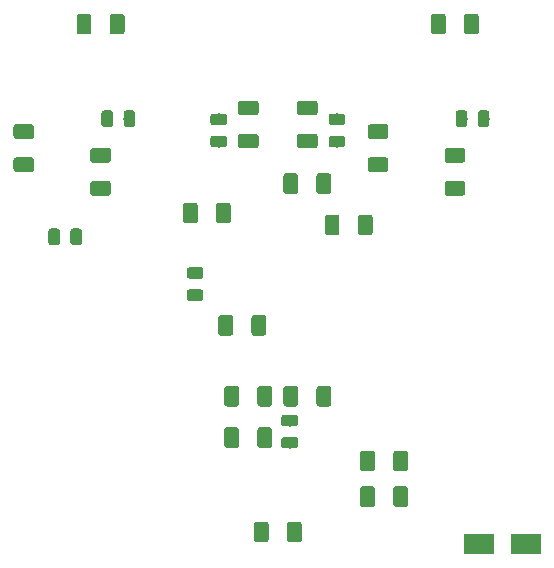
<source format=gbr>
G04 #@! TF.GenerationSoftware,KiCad,Pcbnew,(5.0.1)-3*
G04 #@! TF.CreationDate,2019-12-23T10:27:59+01:00*
G04 #@! TF.ProjectId,TDA2050 64W,54444132303530203634572E6B696361,rev?*
G04 #@! TF.SameCoordinates,PX68e7780PY7365040*
G04 #@! TF.FileFunction,Paste,Bot*
G04 #@! TF.FilePolarity,Positive*
%FSLAX46Y46*%
G04 Gerber Fmt 4.6, Leading zero omitted, Abs format (unit mm)*
G04 Created by KiCad (PCBNEW (5.0.1)-3) date 23/12/2019 10:27:59*
%MOMM*%
%LPD*%
G01*
G04 APERTURE LIST*
%ADD10C,0.050800*%
%ADD11C,0.975000*%
%ADD12R,2.500000X1.800000*%
%ADD13C,1.250000*%
G04 APERTURE END LIST*
D10*
G04 #@! TO.C,C3*
G36*
X18205142Y30698826D02*
X18228803Y30695316D01*
X18252007Y30689504D01*
X18274529Y30681446D01*
X18296153Y30671218D01*
X18316670Y30658921D01*
X18335883Y30644671D01*
X18353607Y30628607D01*
X18369671Y30610883D01*
X18383921Y30591670D01*
X18396218Y30571153D01*
X18406446Y30549529D01*
X18414504Y30527007D01*
X18420316Y30503803D01*
X18423826Y30480142D01*
X18425000Y30456250D01*
X18425000Y29543750D01*
X18423826Y29519858D01*
X18420316Y29496197D01*
X18414504Y29472993D01*
X18406446Y29450471D01*
X18396218Y29428847D01*
X18383921Y29408330D01*
X18369671Y29389117D01*
X18353607Y29371393D01*
X18335883Y29355329D01*
X18316670Y29341079D01*
X18296153Y29328782D01*
X18274529Y29318554D01*
X18252007Y29310496D01*
X18228803Y29304684D01*
X18205142Y29301174D01*
X18181250Y29300000D01*
X17693750Y29300000D01*
X17669858Y29301174D01*
X17646197Y29304684D01*
X17622993Y29310496D01*
X17600471Y29318554D01*
X17578847Y29328782D01*
X17558330Y29341079D01*
X17539117Y29355329D01*
X17521393Y29371393D01*
X17505329Y29389117D01*
X17491079Y29408330D01*
X17478782Y29428847D01*
X17468554Y29450471D01*
X17460496Y29472993D01*
X17454684Y29496197D01*
X17451174Y29519858D01*
X17450000Y29543750D01*
X17450000Y30456250D01*
X17451174Y30480142D01*
X17454684Y30503803D01*
X17460496Y30527007D01*
X17468554Y30549529D01*
X17478782Y30571153D01*
X17491079Y30591670D01*
X17505329Y30610883D01*
X17521393Y30628607D01*
X17539117Y30644671D01*
X17558330Y30658921D01*
X17578847Y30671218D01*
X17600471Y30681446D01*
X17622993Y30689504D01*
X17646197Y30695316D01*
X17669858Y30698826D01*
X17693750Y30700000D01*
X18181250Y30700000D01*
X18205142Y30698826D01*
X18205142Y30698826D01*
G37*
D11*
X17937500Y30000000D03*
D10*
G36*
X16330142Y30698826D02*
X16353803Y30695316D01*
X16377007Y30689504D01*
X16399529Y30681446D01*
X16421153Y30671218D01*
X16441670Y30658921D01*
X16460883Y30644671D01*
X16478607Y30628607D01*
X16494671Y30610883D01*
X16508921Y30591670D01*
X16521218Y30571153D01*
X16531446Y30549529D01*
X16539504Y30527007D01*
X16545316Y30503803D01*
X16548826Y30480142D01*
X16550000Y30456250D01*
X16550000Y29543750D01*
X16548826Y29519858D01*
X16545316Y29496197D01*
X16539504Y29472993D01*
X16531446Y29450471D01*
X16521218Y29428847D01*
X16508921Y29408330D01*
X16494671Y29389117D01*
X16478607Y29371393D01*
X16460883Y29355329D01*
X16441670Y29341079D01*
X16421153Y29328782D01*
X16399529Y29318554D01*
X16377007Y29310496D01*
X16353803Y29304684D01*
X16330142Y29301174D01*
X16306250Y29300000D01*
X15818750Y29300000D01*
X15794858Y29301174D01*
X15771197Y29304684D01*
X15747993Y29310496D01*
X15725471Y29318554D01*
X15703847Y29328782D01*
X15683330Y29341079D01*
X15664117Y29355329D01*
X15646393Y29371393D01*
X15630329Y29389117D01*
X15616079Y29408330D01*
X15603782Y29428847D01*
X15593554Y29450471D01*
X15585496Y29472993D01*
X15579684Y29496197D01*
X15576174Y29519858D01*
X15575000Y29543750D01*
X15575000Y30456250D01*
X15576174Y30480142D01*
X15579684Y30503803D01*
X15585496Y30527007D01*
X15593554Y30549529D01*
X15603782Y30571153D01*
X15616079Y30591670D01*
X15630329Y30610883D01*
X15646393Y30628607D01*
X15664117Y30644671D01*
X15683330Y30658921D01*
X15703847Y30671218D01*
X15725471Y30681446D01*
X15747993Y30689504D01*
X15771197Y30695316D01*
X15794858Y30698826D01*
X15818750Y30700000D01*
X16306250Y30700000D01*
X16330142Y30698826D01*
X16330142Y30698826D01*
G37*
D11*
X16062500Y30000000D03*
G04 #@! TD*
D10*
G04 #@! TO.C,C5*
G36*
X36480142Y14923826D02*
X36503803Y14920316D01*
X36527007Y14914504D01*
X36549529Y14906446D01*
X36571153Y14896218D01*
X36591670Y14883921D01*
X36610883Y14869671D01*
X36628607Y14853607D01*
X36644671Y14835883D01*
X36658921Y14816670D01*
X36671218Y14796153D01*
X36681446Y14774529D01*
X36689504Y14752007D01*
X36695316Y14728803D01*
X36698826Y14705142D01*
X36700000Y14681250D01*
X36700000Y14193750D01*
X36698826Y14169858D01*
X36695316Y14146197D01*
X36689504Y14122993D01*
X36681446Y14100471D01*
X36671218Y14078847D01*
X36658921Y14058330D01*
X36644671Y14039117D01*
X36628607Y14021393D01*
X36610883Y14005329D01*
X36591670Y13991079D01*
X36571153Y13978782D01*
X36549529Y13968554D01*
X36527007Y13960496D01*
X36503803Y13954684D01*
X36480142Y13951174D01*
X36456250Y13950000D01*
X35543750Y13950000D01*
X35519858Y13951174D01*
X35496197Y13954684D01*
X35472993Y13960496D01*
X35450471Y13968554D01*
X35428847Y13978782D01*
X35408330Y13991079D01*
X35389117Y14005329D01*
X35371393Y14021393D01*
X35355329Y14039117D01*
X35341079Y14058330D01*
X35328782Y14078847D01*
X35318554Y14100471D01*
X35310496Y14122993D01*
X35304684Y14146197D01*
X35301174Y14169858D01*
X35300000Y14193750D01*
X35300000Y14681250D01*
X35301174Y14705142D01*
X35304684Y14728803D01*
X35310496Y14752007D01*
X35318554Y14774529D01*
X35328782Y14796153D01*
X35341079Y14816670D01*
X35355329Y14835883D01*
X35371393Y14853607D01*
X35389117Y14869671D01*
X35408330Y14883921D01*
X35428847Y14896218D01*
X35450471Y14906446D01*
X35472993Y14914504D01*
X35496197Y14920316D01*
X35519858Y14923826D01*
X35543750Y14925000D01*
X36456250Y14925000D01*
X36480142Y14923826D01*
X36480142Y14923826D01*
G37*
D11*
X36000000Y14437500D03*
D10*
G36*
X36480142Y13048826D02*
X36503803Y13045316D01*
X36527007Y13039504D01*
X36549529Y13031446D01*
X36571153Y13021218D01*
X36591670Y13008921D01*
X36610883Y12994671D01*
X36628607Y12978607D01*
X36644671Y12960883D01*
X36658921Y12941670D01*
X36671218Y12921153D01*
X36681446Y12899529D01*
X36689504Y12877007D01*
X36695316Y12853803D01*
X36698826Y12830142D01*
X36700000Y12806250D01*
X36700000Y12318750D01*
X36698826Y12294858D01*
X36695316Y12271197D01*
X36689504Y12247993D01*
X36681446Y12225471D01*
X36671218Y12203847D01*
X36658921Y12183330D01*
X36644671Y12164117D01*
X36628607Y12146393D01*
X36610883Y12130329D01*
X36591670Y12116079D01*
X36571153Y12103782D01*
X36549529Y12093554D01*
X36527007Y12085496D01*
X36503803Y12079684D01*
X36480142Y12076174D01*
X36456250Y12075000D01*
X35543750Y12075000D01*
X35519858Y12076174D01*
X35496197Y12079684D01*
X35472993Y12085496D01*
X35450471Y12093554D01*
X35428847Y12103782D01*
X35408330Y12116079D01*
X35389117Y12130329D01*
X35371393Y12146393D01*
X35355329Y12164117D01*
X35341079Y12183330D01*
X35328782Y12203847D01*
X35318554Y12225471D01*
X35310496Y12247993D01*
X35304684Y12271197D01*
X35301174Y12294858D01*
X35300000Y12318750D01*
X35300000Y12806250D01*
X35301174Y12830142D01*
X35304684Y12853803D01*
X35310496Y12877007D01*
X35318554Y12899529D01*
X35328782Y12921153D01*
X35341079Y12941670D01*
X35355329Y12960883D01*
X35371393Y12978607D01*
X35389117Y12994671D01*
X35408330Y13008921D01*
X35428847Y13021218D01*
X35450471Y13031446D01*
X35472993Y13039504D01*
X35496197Y13045316D01*
X35519858Y13048826D01*
X35543750Y13050000D01*
X36456250Y13050000D01*
X36480142Y13048826D01*
X36480142Y13048826D01*
G37*
D11*
X36000000Y12562500D03*
G04 #@! TD*
D10*
G04 #@! TO.C,C8*
G36*
X30480142Y38548826D02*
X30503803Y38545316D01*
X30527007Y38539504D01*
X30549529Y38531446D01*
X30571153Y38521218D01*
X30591670Y38508921D01*
X30610883Y38494671D01*
X30628607Y38478607D01*
X30644671Y38460883D01*
X30658921Y38441670D01*
X30671218Y38421153D01*
X30681446Y38399529D01*
X30689504Y38377007D01*
X30695316Y38353803D01*
X30698826Y38330142D01*
X30700000Y38306250D01*
X30700000Y37818750D01*
X30698826Y37794858D01*
X30695316Y37771197D01*
X30689504Y37747993D01*
X30681446Y37725471D01*
X30671218Y37703847D01*
X30658921Y37683330D01*
X30644671Y37664117D01*
X30628607Y37646393D01*
X30610883Y37630329D01*
X30591670Y37616079D01*
X30571153Y37603782D01*
X30549529Y37593554D01*
X30527007Y37585496D01*
X30503803Y37579684D01*
X30480142Y37576174D01*
X30456250Y37575000D01*
X29543750Y37575000D01*
X29519858Y37576174D01*
X29496197Y37579684D01*
X29472993Y37585496D01*
X29450471Y37593554D01*
X29428847Y37603782D01*
X29408330Y37616079D01*
X29389117Y37630329D01*
X29371393Y37646393D01*
X29355329Y37664117D01*
X29341079Y37683330D01*
X29328782Y37703847D01*
X29318554Y37725471D01*
X29310496Y37747993D01*
X29304684Y37771197D01*
X29301174Y37794858D01*
X29300000Y37818750D01*
X29300000Y38306250D01*
X29301174Y38330142D01*
X29304684Y38353803D01*
X29310496Y38377007D01*
X29318554Y38399529D01*
X29328782Y38421153D01*
X29341079Y38441670D01*
X29355329Y38460883D01*
X29371393Y38478607D01*
X29389117Y38494671D01*
X29408330Y38508921D01*
X29428847Y38521218D01*
X29450471Y38531446D01*
X29472993Y38539504D01*
X29496197Y38545316D01*
X29519858Y38548826D01*
X29543750Y38550000D01*
X30456250Y38550000D01*
X30480142Y38548826D01*
X30480142Y38548826D01*
G37*
D11*
X30000000Y38062500D03*
D10*
G36*
X30480142Y40423826D02*
X30503803Y40420316D01*
X30527007Y40414504D01*
X30549529Y40406446D01*
X30571153Y40396218D01*
X30591670Y40383921D01*
X30610883Y40369671D01*
X30628607Y40353607D01*
X30644671Y40335883D01*
X30658921Y40316670D01*
X30671218Y40296153D01*
X30681446Y40274529D01*
X30689504Y40252007D01*
X30695316Y40228803D01*
X30698826Y40205142D01*
X30700000Y40181250D01*
X30700000Y39693750D01*
X30698826Y39669858D01*
X30695316Y39646197D01*
X30689504Y39622993D01*
X30681446Y39600471D01*
X30671218Y39578847D01*
X30658921Y39558330D01*
X30644671Y39539117D01*
X30628607Y39521393D01*
X30610883Y39505329D01*
X30591670Y39491079D01*
X30571153Y39478782D01*
X30549529Y39468554D01*
X30527007Y39460496D01*
X30503803Y39454684D01*
X30480142Y39451174D01*
X30456250Y39450000D01*
X29543750Y39450000D01*
X29519858Y39451174D01*
X29496197Y39454684D01*
X29472993Y39460496D01*
X29450471Y39468554D01*
X29428847Y39478782D01*
X29408330Y39491079D01*
X29389117Y39505329D01*
X29371393Y39521393D01*
X29355329Y39539117D01*
X29341079Y39558330D01*
X29328782Y39578847D01*
X29318554Y39600471D01*
X29310496Y39622993D01*
X29304684Y39646197D01*
X29301174Y39669858D01*
X29300000Y39693750D01*
X29300000Y40181250D01*
X29301174Y40205142D01*
X29304684Y40228803D01*
X29310496Y40252007D01*
X29318554Y40274529D01*
X29328782Y40296153D01*
X29341079Y40316670D01*
X29355329Y40335883D01*
X29371393Y40353607D01*
X29389117Y40369671D01*
X29408330Y40383921D01*
X29428847Y40396218D01*
X29450471Y40406446D01*
X29472993Y40414504D01*
X29496197Y40420316D01*
X29519858Y40423826D01*
X29543750Y40425000D01*
X30456250Y40425000D01*
X30480142Y40423826D01*
X30480142Y40423826D01*
G37*
D11*
X30000000Y39937500D03*
G04 #@! TD*
D10*
G04 #@! TO.C,C9*
G36*
X40480142Y40423826D02*
X40503803Y40420316D01*
X40527007Y40414504D01*
X40549529Y40406446D01*
X40571153Y40396218D01*
X40591670Y40383921D01*
X40610883Y40369671D01*
X40628607Y40353607D01*
X40644671Y40335883D01*
X40658921Y40316670D01*
X40671218Y40296153D01*
X40681446Y40274529D01*
X40689504Y40252007D01*
X40695316Y40228803D01*
X40698826Y40205142D01*
X40700000Y40181250D01*
X40700000Y39693750D01*
X40698826Y39669858D01*
X40695316Y39646197D01*
X40689504Y39622993D01*
X40681446Y39600471D01*
X40671218Y39578847D01*
X40658921Y39558330D01*
X40644671Y39539117D01*
X40628607Y39521393D01*
X40610883Y39505329D01*
X40591670Y39491079D01*
X40571153Y39478782D01*
X40549529Y39468554D01*
X40527007Y39460496D01*
X40503803Y39454684D01*
X40480142Y39451174D01*
X40456250Y39450000D01*
X39543750Y39450000D01*
X39519858Y39451174D01*
X39496197Y39454684D01*
X39472993Y39460496D01*
X39450471Y39468554D01*
X39428847Y39478782D01*
X39408330Y39491079D01*
X39389117Y39505329D01*
X39371393Y39521393D01*
X39355329Y39539117D01*
X39341079Y39558330D01*
X39328782Y39578847D01*
X39318554Y39600471D01*
X39310496Y39622993D01*
X39304684Y39646197D01*
X39301174Y39669858D01*
X39300000Y39693750D01*
X39300000Y40181250D01*
X39301174Y40205142D01*
X39304684Y40228803D01*
X39310496Y40252007D01*
X39318554Y40274529D01*
X39328782Y40296153D01*
X39341079Y40316670D01*
X39355329Y40335883D01*
X39371393Y40353607D01*
X39389117Y40369671D01*
X39408330Y40383921D01*
X39428847Y40396218D01*
X39450471Y40406446D01*
X39472993Y40414504D01*
X39496197Y40420316D01*
X39519858Y40423826D01*
X39543750Y40425000D01*
X40456250Y40425000D01*
X40480142Y40423826D01*
X40480142Y40423826D01*
G37*
D11*
X40000000Y39937500D03*
D10*
G36*
X40480142Y38548826D02*
X40503803Y38545316D01*
X40527007Y38539504D01*
X40549529Y38531446D01*
X40571153Y38521218D01*
X40591670Y38508921D01*
X40610883Y38494671D01*
X40628607Y38478607D01*
X40644671Y38460883D01*
X40658921Y38441670D01*
X40671218Y38421153D01*
X40681446Y38399529D01*
X40689504Y38377007D01*
X40695316Y38353803D01*
X40698826Y38330142D01*
X40700000Y38306250D01*
X40700000Y37818750D01*
X40698826Y37794858D01*
X40695316Y37771197D01*
X40689504Y37747993D01*
X40681446Y37725471D01*
X40671218Y37703847D01*
X40658921Y37683330D01*
X40644671Y37664117D01*
X40628607Y37646393D01*
X40610883Y37630329D01*
X40591670Y37616079D01*
X40571153Y37603782D01*
X40549529Y37593554D01*
X40527007Y37585496D01*
X40503803Y37579684D01*
X40480142Y37576174D01*
X40456250Y37575000D01*
X39543750Y37575000D01*
X39519858Y37576174D01*
X39496197Y37579684D01*
X39472993Y37585496D01*
X39450471Y37593554D01*
X39428847Y37603782D01*
X39408330Y37616079D01*
X39389117Y37630329D01*
X39371393Y37646393D01*
X39355329Y37664117D01*
X39341079Y37683330D01*
X39328782Y37703847D01*
X39318554Y37725471D01*
X39310496Y37747993D01*
X39304684Y37771197D01*
X39301174Y37794858D01*
X39300000Y37818750D01*
X39300000Y38306250D01*
X39301174Y38330142D01*
X39304684Y38353803D01*
X39310496Y38377007D01*
X39318554Y38399529D01*
X39328782Y38421153D01*
X39341079Y38441670D01*
X39355329Y38460883D01*
X39371393Y38478607D01*
X39389117Y38494671D01*
X39408330Y38508921D01*
X39428847Y38521218D01*
X39450471Y38531446D01*
X39472993Y38539504D01*
X39496197Y38545316D01*
X39519858Y38548826D01*
X39543750Y38550000D01*
X40456250Y38550000D01*
X40480142Y38548826D01*
X40480142Y38548826D01*
G37*
D11*
X40000000Y38062500D03*
G04 #@! TD*
D10*
G04 #@! TO.C,C12*
G36*
X22705142Y40698826D02*
X22728803Y40695316D01*
X22752007Y40689504D01*
X22774529Y40681446D01*
X22796153Y40671218D01*
X22816670Y40658921D01*
X22835883Y40644671D01*
X22853607Y40628607D01*
X22869671Y40610883D01*
X22883921Y40591670D01*
X22896218Y40571153D01*
X22906446Y40549529D01*
X22914504Y40527007D01*
X22920316Y40503803D01*
X22923826Y40480142D01*
X22925000Y40456250D01*
X22925000Y39543750D01*
X22923826Y39519858D01*
X22920316Y39496197D01*
X22914504Y39472993D01*
X22906446Y39450471D01*
X22896218Y39428847D01*
X22883921Y39408330D01*
X22869671Y39389117D01*
X22853607Y39371393D01*
X22835883Y39355329D01*
X22816670Y39341079D01*
X22796153Y39328782D01*
X22774529Y39318554D01*
X22752007Y39310496D01*
X22728803Y39304684D01*
X22705142Y39301174D01*
X22681250Y39300000D01*
X22193750Y39300000D01*
X22169858Y39301174D01*
X22146197Y39304684D01*
X22122993Y39310496D01*
X22100471Y39318554D01*
X22078847Y39328782D01*
X22058330Y39341079D01*
X22039117Y39355329D01*
X22021393Y39371393D01*
X22005329Y39389117D01*
X21991079Y39408330D01*
X21978782Y39428847D01*
X21968554Y39450471D01*
X21960496Y39472993D01*
X21954684Y39496197D01*
X21951174Y39519858D01*
X21950000Y39543750D01*
X21950000Y40456250D01*
X21951174Y40480142D01*
X21954684Y40503803D01*
X21960496Y40527007D01*
X21968554Y40549529D01*
X21978782Y40571153D01*
X21991079Y40591670D01*
X22005329Y40610883D01*
X22021393Y40628607D01*
X22039117Y40644671D01*
X22058330Y40658921D01*
X22078847Y40671218D01*
X22100471Y40681446D01*
X22122993Y40689504D01*
X22146197Y40695316D01*
X22169858Y40698826D01*
X22193750Y40700000D01*
X22681250Y40700000D01*
X22705142Y40698826D01*
X22705142Y40698826D01*
G37*
D11*
X22437500Y40000000D03*
D10*
G36*
X20830142Y40698826D02*
X20853803Y40695316D01*
X20877007Y40689504D01*
X20899529Y40681446D01*
X20921153Y40671218D01*
X20941670Y40658921D01*
X20960883Y40644671D01*
X20978607Y40628607D01*
X20994671Y40610883D01*
X21008921Y40591670D01*
X21021218Y40571153D01*
X21031446Y40549529D01*
X21039504Y40527007D01*
X21045316Y40503803D01*
X21048826Y40480142D01*
X21050000Y40456250D01*
X21050000Y39543750D01*
X21048826Y39519858D01*
X21045316Y39496197D01*
X21039504Y39472993D01*
X21031446Y39450471D01*
X21021218Y39428847D01*
X21008921Y39408330D01*
X20994671Y39389117D01*
X20978607Y39371393D01*
X20960883Y39355329D01*
X20941670Y39341079D01*
X20921153Y39328782D01*
X20899529Y39318554D01*
X20877007Y39310496D01*
X20853803Y39304684D01*
X20830142Y39301174D01*
X20806250Y39300000D01*
X20318750Y39300000D01*
X20294858Y39301174D01*
X20271197Y39304684D01*
X20247993Y39310496D01*
X20225471Y39318554D01*
X20203847Y39328782D01*
X20183330Y39341079D01*
X20164117Y39355329D01*
X20146393Y39371393D01*
X20130329Y39389117D01*
X20116079Y39408330D01*
X20103782Y39428847D01*
X20093554Y39450471D01*
X20085496Y39472993D01*
X20079684Y39496197D01*
X20076174Y39519858D01*
X20075000Y39543750D01*
X20075000Y40456250D01*
X20076174Y40480142D01*
X20079684Y40503803D01*
X20085496Y40527007D01*
X20093554Y40549529D01*
X20103782Y40571153D01*
X20116079Y40591670D01*
X20130329Y40610883D01*
X20146393Y40628607D01*
X20164117Y40644671D01*
X20183330Y40658921D01*
X20203847Y40671218D01*
X20225471Y40681446D01*
X20247993Y40689504D01*
X20271197Y40695316D01*
X20294858Y40698826D01*
X20318750Y40700000D01*
X20806250Y40700000D01*
X20830142Y40698826D01*
X20830142Y40698826D01*
G37*
D11*
X20562500Y40000000D03*
G04 #@! TD*
D10*
G04 #@! TO.C,C13*
G36*
X28480142Y25548826D02*
X28503803Y25545316D01*
X28527007Y25539504D01*
X28549529Y25531446D01*
X28571153Y25521218D01*
X28591670Y25508921D01*
X28610883Y25494671D01*
X28628607Y25478607D01*
X28644671Y25460883D01*
X28658921Y25441670D01*
X28671218Y25421153D01*
X28681446Y25399529D01*
X28689504Y25377007D01*
X28695316Y25353803D01*
X28698826Y25330142D01*
X28700000Y25306250D01*
X28700000Y24818750D01*
X28698826Y24794858D01*
X28695316Y24771197D01*
X28689504Y24747993D01*
X28681446Y24725471D01*
X28671218Y24703847D01*
X28658921Y24683330D01*
X28644671Y24664117D01*
X28628607Y24646393D01*
X28610883Y24630329D01*
X28591670Y24616079D01*
X28571153Y24603782D01*
X28549529Y24593554D01*
X28527007Y24585496D01*
X28503803Y24579684D01*
X28480142Y24576174D01*
X28456250Y24575000D01*
X27543750Y24575000D01*
X27519858Y24576174D01*
X27496197Y24579684D01*
X27472993Y24585496D01*
X27450471Y24593554D01*
X27428847Y24603782D01*
X27408330Y24616079D01*
X27389117Y24630329D01*
X27371393Y24646393D01*
X27355329Y24664117D01*
X27341079Y24683330D01*
X27328782Y24703847D01*
X27318554Y24725471D01*
X27310496Y24747993D01*
X27304684Y24771197D01*
X27301174Y24794858D01*
X27300000Y24818750D01*
X27300000Y25306250D01*
X27301174Y25330142D01*
X27304684Y25353803D01*
X27310496Y25377007D01*
X27318554Y25399529D01*
X27328782Y25421153D01*
X27341079Y25441670D01*
X27355329Y25460883D01*
X27371393Y25478607D01*
X27389117Y25494671D01*
X27408330Y25508921D01*
X27428847Y25521218D01*
X27450471Y25531446D01*
X27472993Y25539504D01*
X27496197Y25545316D01*
X27519858Y25548826D01*
X27543750Y25550000D01*
X28456250Y25550000D01*
X28480142Y25548826D01*
X28480142Y25548826D01*
G37*
D11*
X28000000Y25062500D03*
D10*
G36*
X28480142Y27423826D02*
X28503803Y27420316D01*
X28527007Y27414504D01*
X28549529Y27406446D01*
X28571153Y27396218D01*
X28591670Y27383921D01*
X28610883Y27369671D01*
X28628607Y27353607D01*
X28644671Y27335883D01*
X28658921Y27316670D01*
X28671218Y27296153D01*
X28681446Y27274529D01*
X28689504Y27252007D01*
X28695316Y27228803D01*
X28698826Y27205142D01*
X28700000Y27181250D01*
X28700000Y26693750D01*
X28698826Y26669858D01*
X28695316Y26646197D01*
X28689504Y26622993D01*
X28681446Y26600471D01*
X28671218Y26578847D01*
X28658921Y26558330D01*
X28644671Y26539117D01*
X28628607Y26521393D01*
X28610883Y26505329D01*
X28591670Y26491079D01*
X28571153Y26478782D01*
X28549529Y26468554D01*
X28527007Y26460496D01*
X28503803Y26454684D01*
X28480142Y26451174D01*
X28456250Y26450000D01*
X27543750Y26450000D01*
X27519858Y26451174D01*
X27496197Y26454684D01*
X27472993Y26460496D01*
X27450471Y26468554D01*
X27428847Y26478782D01*
X27408330Y26491079D01*
X27389117Y26505329D01*
X27371393Y26521393D01*
X27355329Y26539117D01*
X27341079Y26558330D01*
X27328782Y26578847D01*
X27318554Y26600471D01*
X27310496Y26622993D01*
X27304684Y26646197D01*
X27301174Y26669858D01*
X27300000Y26693750D01*
X27300000Y27181250D01*
X27301174Y27205142D01*
X27304684Y27228803D01*
X27310496Y27252007D01*
X27318554Y27274529D01*
X27328782Y27296153D01*
X27341079Y27316670D01*
X27355329Y27335883D01*
X27371393Y27353607D01*
X27389117Y27369671D01*
X27408330Y27383921D01*
X27428847Y27396218D01*
X27450471Y27406446D01*
X27472993Y27414504D01*
X27496197Y27420316D01*
X27519858Y27423826D01*
X27543750Y27425000D01*
X28456250Y27425000D01*
X28480142Y27423826D01*
X28480142Y27423826D01*
G37*
D11*
X28000000Y26937500D03*
G04 #@! TD*
D10*
G04 #@! TO.C,C14*
G36*
X52705142Y40698826D02*
X52728803Y40695316D01*
X52752007Y40689504D01*
X52774529Y40681446D01*
X52796153Y40671218D01*
X52816670Y40658921D01*
X52835883Y40644671D01*
X52853607Y40628607D01*
X52869671Y40610883D01*
X52883921Y40591670D01*
X52896218Y40571153D01*
X52906446Y40549529D01*
X52914504Y40527007D01*
X52920316Y40503803D01*
X52923826Y40480142D01*
X52925000Y40456250D01*
X52925000Y39543750D01*
X52923826Y39519858D01*
X52920316Y39496197D01*
X52914504Y39472993D01*
X52906446Y39450471D01*
X52896218Y39428847D01*
X52883921Y39408330D01*
X52869671Y39389117D01*
X52853607Y39371393D01*
X52835883Y39355329D01*
X52816670Y39341079D01*
X52796153Y39328782D01*
X52774529Y39318554D01*
X52752007Y39310496D01*
X52728803Y39304684D01*
X52705142Y39301174D01*
X52681250Y39300000D01*
X52193750Y39300000D01*
X52169858Y39301174D01*
X52146197Y39304684D01*
X52122993Y39310496D01*
X52100471Y39318554D01*
X52078847Y39328782D01*
X52058330Y39341079D01*
X52039117Y39355329D01*
X52021393Y39371393D01*
X52005329Y39389117D01*
X51991079Y39408330D01*
X51978782Y39428847D01*
X51968554Y39450471D01*
X51960496Y39472993D01*
X51954684Y39496197D01*
X51951174Y39519858D01*
X51950000Y39543750D01*
X51950000Y40456250D01*
X51951174Y40480142D01*
X51954684Y40503803D01*
X51960496Y40527007D01*
X51968554Y40549529D01*
X51978782Y40571153D01*
X51991079Y40591670D01*
X52005329Y40610883D01*
X52021393Y40628607D01*
X52039117Y40644671D01*
X52058330Y40658921D01*
X52078847Y40671218D01*
X52100471Y40681446D01*
X52122993Y40689504D01*
X52146197Y40695316D01*
X52169858Y40698826D01*
X52193750Y40700000D01*
X52681250Y40700000D01*
X52705142Y40698826D01*
X52705142Y40698826D01*
G37*
D11*
X52437500Y40000000D03*
D10*
G36*
X50830142Y40698826D02*
X50853803Y40695316D01*
X50877007Y40689504D01*
X50899529Y40681446D01*
X50921153Y40671218D01*
X50941670Y40658921D01*
X50960883Y40644671D01*
X50978607Y40628607D01*
X50994671Y40610883D01*
X51008921Y40591670D01*
X51021218Y40571153D01*
X51031446Y40549529D01*
X51039504Y40527007D01*
X51045316Y40503803D01*
X51048826Y40480142D01*
X51050000Y40456250D01*
X51050000Y39543750D01*
X51048826Y39519858D01*
X51045316Y39496197D01*
X51039504Y39472993D01*
X51031446Y39450471D01*
X51021218Y39428847D01*
X51008921Y39408330D01*
X50994671Y39389117D01*
X50978607Y39371393D01*
X50960883Y39355329D01*
X50941670Y39341079D01*
X50921153Y39328782D01*
X50899529Y39318554D01*
X50877007Y39310496D01*
X50853803Y39304684D01*
X50830142Y39301174D01*
X50806250Y39300000D01*
X50318750Y39300000D01*
X50294858Y39301174D01*
X50271197Y39304684D01*
X50247993Y39310496D01*
X50225471Y39318554D01*
X50203847Y39328782D01*
X50183330Y39341079D01*
X50164117Y39355329D01*
X50146393Y39371393D01*
X50130329Y39389117D01*
X50116079Y39408330D01*
X50103782Y39428847D01*
X50093554Y39450471D01*
X50085496Y39472993D01*
X50079684Y39496197D01*
X50076174Y39519858D01*
X50075000Y39543750D01*
X50075000Y40456250D01*
X50076174Y40480142D01*
X50079684Y40503803D01*
X50085496Y40527007D01*
X50093554Y40549529D01*
X50103782Y40571153D01*
X50116079Y40591670D01*
X50130329Y40610883D01*
X50146393Y40628607D01*
X50164117Y40644671D01*
X50183330Y40658921D01*
X50203847Y40671218D01*
X50225471Y40681446D01*
X50247993Y40689504D01*
X50271197Y40695316D01*
X50294858Y40698826D01*
X50318750Y40700000D01*
X50806250Y40700000D01*
X50830142Y40698826D01*
X50830142Y40698826D01*
G37*
D11*
X50562500Y40000000D03*
G04 #@! TD*
D12*
G04 #@! TO.C,D2*
X52000000Y4000000D03*
X56000000Y4000000D03*
G04 #@! TD*
D10*
G04 #@! TO.C,R1*
G36*
X33799504Y23373796D02*
X33823773Y23370196D01*
X33847571Y23364235D01*
X33870671Y23355970D01*
X33892849Y23345480D01*
X33913893Y23332867D01*
X33933598Y23318253D01*
X33951777Y23301777D01*
X33968253Y23283598D01*
X33982867Y23263893D01*
X33995480Y23242849D01*
X34005970Y23220671D01*
X34014235Y23197571D01*
X34020196Y23173773D01*
X34023796Y23149504D01*
X34025000Y23125000D01*
X34025000Y21875000D01*
X34023796Y21850496D01*
X34020196Y21826227D01*
X34014235Y21802429D01*
X34005970Y21779329D01*
X33995480Y21757151D01*
X33982867Y21736107D01*
X33968253Y21716402D01*
X33951777Y21698223D01*
X33933598Y21681747D01*
X33913893Y21667133D01*
X33892849Y21654520D01*
X33870671Y21644030D01*
X33847571Y21635765D01*
X33823773Y21629804D01*
X33799504Y21626204D01*
X33775000Y21625000D01*
X33025000Y21625000D01*
X33000496Y21626204D01*
X32976227Y21629804D01*
X32952429Y21635765D01*
X32929329Y21644030D01*
X32907151Y21654520D01*
X32886107Y21667133D01*
X32866402Y21681747D01*
X32848223Y21698223D01*
X32831747Y21716402D01*
X32817133Y21736107D01*
X32804520Y21757151D01*
X32794030Y21779329D01*
X32785765Y21802429D01*
X32779804Y21826227D01*
X32776204Y21850496D01*
X32775000Y21875000D01*
X32775000Y23125000D01*
X32776204Y23149504D01*
X32779804Y23173773D01*
X32785765Y23197571D01*
X32794030Y23220671D01*
X32804520Y23242849D01*
X32817133Y23263893D01*
X32831747Y23283598D01*
X32848223Y23301777D01*
X32866402Y23318253D01*
X32886107Y23332867D01*
X32907151Y23345480D01*
X32929329Y23355970D01*
X32952429Y23364235D01*
X32976227Y23370196D01*
X33000496Y23373796D01*
X33025000Y23375000D01*
X33775000Y23375000D01*
X33799504Y23373796D01*
X33799504Y23373796D01*
G37*
D13*
X33400000Y22500000D03*
D10*
G36*
X30999504Y23373796D02*
X31023773Y23370196D01*
X31047571Y23364235D01*
X31070671Y23355970D01*
X31092849Y23345480D01*
X31113893Y23332867D01*
X31133598Y23318253D01*
X31151777Y23301777D01*
X31168253Y23283598D01*
X31182867Y23263893D01*
X31195480Y23242849D01*
X31205970Y23220671D01*
X31214235Y23197571D01*
X31220196Y23173773D01*
X31223796Y23149504D01*
X31225000Y23125000D01*
X31225000Y21875000D01*
X31223796Y21850496D01*
X31220196Y21826227D01*
X31214235Y21802429D01*
X31205970Y21779329D01*
X31195480Y21757151D01*
X31182867Y21736107D01*
X31168253Y21716402D01*
X31151777Y21698223D01*
X31133598Y21681747D01*
X31113893Y21667133D01*
X31092849Y21654520D01*
X31070671Y21644030D01*
X31047571Y21635765D01*
X31023773Y21629804D01*
X30999504Y21626204D01*
X30975000Y21625000D01*
X30225000Y21625000D01*
X30200496Y21626204D01*
X30176227Y21629804D01*
X30152429Y21635765D01*
X30129329Y21644030D01*
X30107151Y21654520D01*
X30086107Y21667133D01*
X30066402Y21681747D01*
X30048223Y21698223D01*
X30031747Y21716402D01*
X30017133Y21736107D01*
X30004520Y21757151D01*
X29994030Y21779329D01*
X29985765Y21802429D01*
X29979804Y21826227D01*
X29976204Y21850496D01*
X29975000Y21875000D01*
X29975000Y23125000D01*
X29976204Y23149504D01*
X29979804Y23173773D01*
X29985765Y23197571D01*
X29994030Y23220671D01*
X30004520Y23242849D01*
X30017133Y23263893D01*
X30031747Y23283598D01*
X30048223Y23301777D01*
X30066402Y23318253D01*
X30086107Y23332867D01*
X30107151Y23345480D01*
X30129329Y23355970D01*
X30152429Y23364235D01*
X30176227Y23370196D01*
X30200496Y23373796D01*
X30225000Y23375000D01*
X30975000Y23375000D01*
X30999504Y23373796D01*
X30999504Y23373796D01*
G37*
D13*
X30600000Y22500000D03*
G04 #@! TD*
D10*
G04 #@! TO.C,R2*
G36*
X27999504Y32873796D02*
X28023773Y32870196D01*
X28047571Y32864235D01*
X28070671Y32855970D01*
X28092849Y32845480D01*
X28113893Y32832867D01*
X28133598Y32818253D01*
X28151777Y32801777D01*
X28168253Y32783598D01*
X28182867Y32763893D01*
X28195480Y32742849D01*
X28205970Y32720671D01*
X28214235Y32697571D01*
X28220196Y32673773D01*
X28223796Y32649504D01*
X28225000Y32625000D01*
X28225000Y31375000D01*
X28223796Y31350496D01*
X28220196Y31326227D01*
X28214235Y31302429D01*
X28205970Y31279329D01*
X28195480Y31257151D01*
X28182867Y31236107D01*
X28168253Y31216402D01*
X28151777Y31198223D01*
X28133598Y31181747D01*
X28113893Y31167133D01*
X28092849Y31154520D01*
X28070671Y31144030D01*
X28047571Y31135765D01*
X28023773Y31129804D01*
X27999504Y31126204D01*
X27975000Y31125000D01*
X27225000Y31125000D01*
X27200496Y31126204D01*
X27176227Y31129804D01*
X27152429Y31135765D01*
X27129329Y31144030D01*
X27107151Y31154520D01*
X27086107Y31167133D01*
X27066402Y31181747D01*
X27048223Y31198223D01*
X27031747Y31216402D01*
X27017133Y31236107D01*
X27004520Y31257151D01*
X26994030Y31279329D01*
X26985765Y31302429D01*
X26979804Y31326227D01*
X26976204Y31350496D01*
X26975000Y31375000D01*
X26975000Y32625000D01*
X26976204Y32649504D01*
X26979804Y32673773D01*
X26985765Y32697571D01*
X26994030Y32720671D01*
X27004520Y32742849D01*
X27017133Y32763893D01*
X27031747Y32783598D01*
X27048223Y32801777D01*
X27066402Y32818253D01*
X27086107Y32832867D01*
X27107151Y32845480D01*
X27129329Y32855970D01*
X27152429Y32864235D01*
X27176227Y32870196D01*
X27200496Y32873796D01*
X27225000Y32875000D01*
X27975000Y32875000D01*
X27999504Y32873796D01*
X27999504Y32873796D01*
G37*
D13*
X27600000Y32000000D03*
D10*
G36*
X30799504Y32873796D02*
X30823773Y32870196D01*
X30847571Y32864235D01*
X30870671Y32855970D01*
X30892849Y32845480D01*
X30913893Y32832867D01*
X30933598Y32818253D01*
X30951777Y32801777D01*
X30968253Y32783598D01*
X30982867Y32763893D01*
X30995480Y32742849D01*
X31005970Y32720671D01*
X31014235Y32697571D01*
X31020196Y32673773D01*
X31023796Y32649504D01*
X31025000Y32625000D01*
X31025000Y31375000D01*
X31023796Y31350496D01*
X31020196Y31326227D01*
X31014235Y31302429D01*
X31005970Y31279329D01*
X30995480Y31257151D01*
X30982867Y31236107D01*
X30968253Y31216402D01*
X30951777Y31198223D01*
X30933598Y31181747D01*
X30913893Y31167133D01*
X30892849Y31154520D01*
X30870671Y31144030D01*
X30847571Y31135765D01*
X30823773Y31129804D01*
X30799504Y31126204D01*
X30775000Y31125000D01*
X30025000Y31125000D01*
X30000496Y31126204D01*
X29976227Y31129804D01*
X29952429Y31135765D01*
X29929329Y31144030D01*
X29907151Y31154520D01*
X29886107Y31167133D01*
X29866402Y31181747D01*
X29848223Y31198223D01*
X29831747Y31216402D01*
X29817133Y31236107D01*
X29804520Y31257151D01*
X29794030Y31279329D01*
X29785765Y31302429D01*
X29779804Y31326227D01*
X29776204Y31350496D01*
X29775000Y31375000D01*
X29775000Y32625000D01*
X29776204Y32649504D01*
X29779804Y32673773D01*
X29785765Y32697571D01*
X29794030Y32720671D01*
X29804520Y32742849D01*
X29817133Y32763893D01*
X29831747Y32783598D01*
X29848223Y32801777D01*
X29866402Y32818253D01*
X29886107Y32832867D01*
X29907151Y32845480D01*
X29929329Y32855970D01*
X29952429Y32864235D01*
X29976227Y32870196D01*
X30000496Y32873796D01*
X30025000Y32875000D01*
X30775000Y32875000D01*
X30799504Y32873796D01*
X30799504Y32873796D01*
G37*
D13*
X30400000Y32000000D03*
G04 #@! TD*
D10*
G04 #@! TO.C,R3*
G36*
X36799504Y5873796D02*
X36823773Y5870196D01*
X36847571Y5864235D01*
X36870671Y5855970D01*
X36892849Y5845480D01*
X36913893Y5832867D01*
X36933598Y5818253D01*
X36951777Y5801777D01*
X36968253Y5783598D01*
X36982867Y5763893D01*
X36995480Y5742849D01*
X37005970Y5720671D01*
X37014235Y5697571D01*
X37020196Y5673773D01*
X37023796Y5649504D01*
X37025000Y5625000D01*
X37025000Y4375000D01*
X37023796Y4350496D01*
X37020196Y4326227D01*
X37014235Y4302429D01*
X37005970Y4279329D01*
X36995480Y4257151D01*
X36982867Y4236107D01*
X36968253Y4216402D01*
X36951777Y4198223D01*
X36933598Y4181747D01*
X36913893Y4167133D01*
X36892849Y4154520D01*
X36870671Y4144030D01*
X36847571Y4135765D01*
X36823773Y4129804D01*
X36799504Y4126204D01*
X36775000Y4125000D01*
X36025000Y4125000D01*
X36000496Y4126204D01*
X35976227Y4129804D01*
X35952429Y4135765D01*
X35929329Y4144030D01*
X35907151Y4154520D01*
X35886107Y4167133D01*
X35866402Y4181747D01*
X35848223Y4198223D01*
X35831747Y4216402D01*
X35817133Y4236107D01*
X35804520Y4257151D01*
X35794030Y4279329D01*
X35785765Y4302429D01*
X35779804Y4326227D01*
X35776204Y4350496D01*
X35775000Y4375000D01*
X35775000Y5625000D01*
X35776204Y5649504D01*
X35779804Y5673773D01*
X35785765Y5697571D01*
X35794030Y5720671D01*
X35804520Y5742849D01*
X35817133Y5763893D01*
X35831747Y5783598D01*
X35848223Y5801777D01*
X35866402Y5818253D01*
X35886107Y5832867D01*
X35907151Y5845480D01*
X35929329Y5855970D01*
X35952429Y5864235D01*
X35976227Y5870196D01*
X36000496Y5873796D01*
X36025000Y5875000D01*
X36775000Y5875000D01*
X36799504Y5873796D01*
X36799504Y5873796D01*
G37*
D13*
X36400000Y5000000D03*
D10*
G36*
X33999504Y5873796D02*
X34023773Y5870196D01*
X34047571Y5864235D01*
X34070671Y5855970D01*
X34092849Y5845480D01*
X34113893Y5832867D01*
X34133598Y5818253D01*
X34151777Y5801777D01*
X34168253Y5783598D01*
X34182867Y5763893D01*
X34195480Y5742849D01*
X34205970Y5720671D01*
X34214235Y5697571D01*
X34220196Y5673773D01*
X34223796Y5649504D01*
X34225000Y5625000D01*
X34225000Y4375000D01*
X34223796Y4350496D01*
X34220196Y4326227D01*
X34214235Y4302429D01*
X34205970Y4279329D01*
X34195480Y4257151D01*
X34182867Y4236107D01*
X34168253Y4216402D01*
X34151777Y4198223D01*
X34133598Y4181747D01*
X34113893Y4167133D01*
X34092849Y4154520D01*
X34070671Y4144030D01*
X34047571Y4135765D01*
X34023773Y4129804D01*
X33999504Y4126204D01*
X33975000Y4125000D01*
X33225000Y4125000D01*
X33200496Y4126204D01*
X33176227Y4129804D01*
X33152429Y4135765D01*
X33129329Y4144030D01*
X33107151Y4154520D01*
X33086107Y4167133D01*
X33066402Y4181747D01*
X33048223Y4198223D01*
X33031747Y4216402D01*
X33017133Y4236107D01*
X33004520Y4257151D01*
X32994030Y4279329D01*
X32985765Y4302429D01*
X32979804Y4326227D01*
X32976204Y4350496D01*
X32975000Y4375000D01*
X32975000Y5625000D01*
X32976204Y5649504D01*
X32979804Y5673773D01*
X32985765Y5697571D01*
X32994030Y5720671D01*
X33004520Y5742849D01*
X33017133Y5763893D01*
X33031747Y5783598D01*
X33048223Y5801777D01*
X33066402Y5818253D01*
X33086107Y5832867D01*
X33107151Y5845480D01*
X33129329Y5855970D01*
X33152429Y5864235D01*
X33176227Y5870196D01*
X33200496Y5873796D01*
X33225000Y5875000D01*
X33975000Y5875000D01*
X33999504Y5873796D01*
X33999504Y5873796D01*
G37*
D13*
X33600000Y5000000D03*
G04 #@! TD*
D10*
G04 #@! TO.C,R5*
G36*
X31499504Y17373796D02*
X31523773Y17370196D01*
X31547571Y17364235D01*
X31570671Y17355970D01*
X31592849Y17345480D01*
X31613893Y17332867D01*
X31633598Y17318253D01*
X31651777Y17301777D01*
X31668253Y17283598D01*
X31682867Y17263893D01*
X31695480Y17242849D01*
X31705970Y17220671D01*
X31714235Y17197571D01*
X31720196Y17173773D01*
X31723796Y17149504D01*
X31725000Y17125000D01*
X31725000Y15875000D01*
X31723796Y15850496D01*
X31720196Y15826227D01*
X31714235Y15802429D01*
X31705970Y15779329D01*
X31695480Y15757151D01*
X31682867Y15736107D01*
X31668253Y15716402D01*
X31651777Y15698223D01*
X31633598Y15681747D01*
X31613893Y15667133D01*
X31592849Y15654520D01*
X31570671Y15644030D01*
X31547571Y15635765D01*
X31523773Y15629804D01*
X31499504Y15626204D01*
X31475000Y15625000D01*
X30725000Y15625000D01*
X30700496Y15626204D01*
X30676227Y15629804D01*
X30652429Y15635765D01*
X30629329Y15644030D01*
X30607151Y15654520D01*
X30586107Y15667133D01*
X30566402Y15681747D01*
X30548223Y15698223D01*
X30531747Y15716402D01*
X30517133Y15736107D01*
X30504520Y15757151D01*
X30494030Y15779329D01*
X30485765Y15802429D01*
X30479804Y15826227D01*
X30476204Y15850496D01*
X30475000Y15875000D01*
X30475000Y17125000D01*
X30476204Y17149504D01*
X30479804Y17173773D01*
X30485765Y17197571D01*
X30494030Y17220671D01*
X30504520Y17242849D01*
X30517133Y17263893D01*
X30531747Y17283598D01*
X30548223Y17301777D01*
X30566402Y17318253D01*
X30586107Y17332867D01*
X30607151Y17345480D01*
X30629329Y17355970D01*
X30652429Y17364235D01*
X30676227Y17370196D01*
X30700496Y17373796D01*
X30725000Y17375000D01*
X31475000Y17375000D01*
X31499504Y17373796D01*
X31499504Y17373796D01*
G37*
D13*
X31100000Y16500000D03*
D10*
G36*
X34299504Y17373796D02*
X34323773Y17370196D01*
X34347571Y17364235D01*
X34370671Y17355970D01*
X34392849Y17345480D01*
X34413893Y17332867D01*
X34433598Y17318253D01*
X34451777Y17301777D01*
X34468253Y17283598D01*
X34482867Y17263893D01*
X34495480Y17242849D01*
X34505970Y17220671D01*
X34514235Y17197571D01*
X34520196Y17173773D01*
X34523796Y17149504D01*
X34525000Y17125000D01*
X34525000Y15875000D01*
X34523796Y15850496D01*
X34520196Y15826227D01*
X34514235Y15802429D01*
X34505970Y15779329D01*
X34495480Y15757151D01*
X34482867Y15736107D01*
X34468253Y15716402D01*
X34451777Y15698223D01*
X34433598Y15681747D01*
X34413893Y15667133D01*
X34392849Y15654520D01*
X34370671Y15644030D01*
X34347571Y15635765D01*
X34323773Y15629804D01*
X34299504Y15626204D01*
X34275000Y15625000D01*
X33525000Y15625000D01*
X33500496Y15626204D01*
X33476227Y15629804D01*
X33452429Y15635765D01*
X33429329Y15644030D01*
X33407151Y15654520D01*
X33386107Y15667133D01*
X33366402Y15681747D01*
X33348223Y15698223D01*
X33331747Y15716402D01*
X33317133Y15736107D01*
X33304520Y15757151D01*
X33294030Y15779329D01*
X33285765Y15802429D01*
X33279804Y15826227D01*
X33276204Y15850496D01*
X33275000Y15875000D01*
X33275000Y17125000D01*
X33276204Y17149504D01*
X33279804Y17173773D01*
X33285765Y17197571D01*
X33294030Y17220671D01*
X33304520Y17242849D01*
X33317133Y17263893D01*
X33331747Y17283598D01*
X33348223Y17301777D01*
X33366402Y17318253D01*
X33386107Y17332867D01*
X33407151Y17345480D01*
X33429329Y17355970D01*
X33452429Y17364235D01*
X33476227Y17370196D01*
X33500496Y17373796D01*
X33525000Y17375000D01*
X34275000Y17375000D01*
X34299504Y17373796D01*
X34299504Y17373796D01*
G37*
D13*
X33900000Y16500000D03*
G04 #@! TD*
D10*
G04 #@! TO.C,R6*
G36*
X31499504Y13873796D02*
X31523773Y13870196D01*
X31547571Y13864235D01*
X31570671Y13855970D01*
X31592849Y13845480D01*
X31613893Y13832867D01*
X31633598Y13818253D01*
X31651777Y13801777D01*
X31668253Y13783598D01*
X31682867Y13763893D01*
X31695480Y13742849D01*
X31705970Y13720671D01*
X31714235Y13697571D01*
X31720196Y13673773D01*
X31723796Y13649504D01*
X31725000Y13625000D01*
X31725000Y12375000D01*
X31723796Y12350496D01*
X31720196Y12326227D01*
X31714235Y12302429D01*
X31705970Y12279329D01*
X31695480Y12257151D01*
X31682867Y12236107D01*
X31668253Y12216402D01*
X31651777Y12198223D01*
X31633598Y12181747D01*
X31613893Y12167133D01*
X31592849Y12154520D01*
X31570671Y12144030D01*
X31547571Y12135765D01*
X31523773Y12129804D01*
X31499504Y12126204D01*
X31475000Y12125000D01*
X30725000Y12125000D01*
X30700496Y12126204D01*
X30676227Y12129804D01*
X30652429Y12135765D01*
X30629329Y12144030D01*
X30607151Y12154520D01*
X30586107Y12167133D01*
X30566402Y12181747D01*
X30548223Y12198223D01*
X30531747Y12216402D01*
X30517133Y12236107D01*
X30504520Y12257151D01*
X30494030Y12279329D01*
X30485765Y12302429D01*
X30479804Y12326227D01*
X30476204Y12350496D01*
X30475000Y12375000D01*
X30475000Y13625000D01*
X30476204Y13649504D01*
X30479804Y13673773D01*
X30485765Y13697571D01*
X30494030Y13720671D01*
X30504520Y13742849D01*
X30517133Y13763893D01*
X30531747Y13783598D01*
X30548223Y13801777D01*
X30566402Y13818253D01*
X30586107Y13832867D01*
X30607151Y13845480D01*
X30629329Y13855970D01*
X30652429Y13864235D01*
X30676227Y13870196D01*
X30700496Y13873796D01*
X30725000Y13875000D01*
X31475000Y13875000D01*
X31499504Y13873796D01*
X31499504Y13873796D01*
G37*
D13*
X31100000Y13000000D03*
D10*
G36*
X34299504Y13873796D02*
X34323773Y13870196D01*
X34347571Y13864235D01*
X34370671Y13855970D01*
X34392849Y13845480D01*
X34413893Y13832867D01*
X34433598Y13818253D01*
X34451777Y13801777D01*
X34468253Y13783598D01*
X34482867Y13763893D01*
X34495480Y13742849D01*
X34505970Y13720671D01*
X34514235Y13697571D01*
X34520196Y13673773D01*
X34523796Y13649504D01*
X34525000Y13625000D01*
X34525000Y12375000D01*
X34523796Y12350496D01*
X34520196Y12326227D01*
X34514235Y12302429D01*
X34505970Y12279329D01*
X34495480Y12257151D01*
X34482867Y12236107D01*
X34468253Y12216402D01*
X34451777Y12198223D01*
X34433598Y12181747D01*
X34413893Y12167133D01*
X34392849Y12154520D01*
X34370671Y12144030D01*
X34347571Y12135765D01*
X34323773Y12129804D01*
X34299504Y12126204D01*
X34275000Y12125000D01*
X33525000Y12125000D01*
X33500496Y12126204D01*
X33476227Y12129804D01*
X33452429Y12135765D01*
X33429329Y12144030D01*
X33407151Y12154520D01*
X33386107Y12167133D01*
X33366402Y12181747D01*
X33348223Y12198223D01*
X33331747Y12216402D01*
X33317133Y12236107D01*
X33304520Y12257151D01*
X33294030Y12279329D01*
X33285765Y12302429D01*
X33279804Y12326227D01*
X33276204Y12350496D01*
X33275000Y12375000D01*
X33275000Y13625000D01*
X33276204Y13649504D01*
X33279804Y13673773D01*
X33285765Y13697571D01*
X33294030Y13720671D01*
X33304520Y13742849D01*
X33317133Y13763893D01*
X33331747Y13783598D01*
X33348223Y13801777D01*
X33366402Y13818253D01*
X33386107Y13832867D01*
X33407151Y13845480D01*
X33429329Y13855970D01*
X33452429Y13864235D01*
X33476227Y13870196D01*
X33500496Y13873796D01*
X33525000Y13875000D01*
X34275000Y13875000D01*
X34299504Y13873796D01*
X34299504Y13873796D01*
G37*
D13*
X33900000Y13000000D03*
G04 #@! TD*
D10*
G04 #@! TO.C,R7*
G36*
X39299504Y17373796D02*
X39323773Y17370196D01*
X39347571Y17364235D01*
X39370671Y17355970D01*
X39392849Y17345480D01*
X39413893Y17332867D01*
X39433598Y17318253D01*
X39451777Y17301777D01*
X39468253Y17283598D01*
X39482867Y17263893D01*
X39495480Y17242849D01*
X39505970Y17220671D01*
X39514235Y17197571D01*
X39520196Y17173773D01*
X39523796Y17149504D01*
X39525000Y17125000D01*
X39525000Y15875000D01*
X39523796Y15850496D01*
X39520196Y15826227D01*
X39514235Y15802429D01*
X39505970Y15779329D01*
X39495480Y15757151D01*
X39482867Y15736107D01*
X39468253Y15716402D01*
X39451777Y15698223D01*
X39433598Y15681747D01*
X39413893Y15667133D01*
X39392849Y15654520D01*
X39370671Y15644030D01*
X39347571Y15635765D01*
X39323773Y15629804D01*
X39299504Y15626204D01*
X39275000Y15625000D01*
X38525000Y15625000D01*
X38500496Y15626204D01*
X38476227Y15629804D01*
X38452429Y15635765D01*
X38429329Y15644030D01*
X38407151Y15654520D01*
X38386107Y15667133D01*
X38366402Y15681747D01*
X38348223Y15698223D01*
X38331747Y15716402D01*
X38317133Y15736107D01*
X38304520Y15757151D01*
X38294030Y15779329D01*
X38285765Y15802429D01*
X38279804Y15826227D01*
X38276204Y15850496D01*
X38275000Y15875000D01*
X38275000Y17125000D01*
X38276204Y17149504D01*
X38279804Y17173773D01*
X38285765Y17197571D01*
X38294030Y17220671D01*
X38304520Y17242849D01*
X38317133Y17263893D01*
X38331747Y17283598D01*
X38348223Y17301777D01*
X38366402Y17318253D01*
X38386107Y17332867D01*
X38407151Y17345480D01*
X38429329Y17355970D01*
X38452429Y17364235D01*
X38476227Y17370196D01*
X38500496Y17373796D01*
X38525000Y17375000D01*
X39275000Y17375000D01*
X39299504Y17373796D01*
X39299504Y17373796D01*
G37*
D13*
X38900000Y16500000D03*
D10*
G36*
X36499504Y17373796D02*
X36523773Y17370196D01*
X36547571Y17364235D01*
X36570671Y17355970D01*
X36592849Y17345480D01*
X36613893Y17332867D01*
X36633598Y17318253D01*
X36651777Y17301777D01*
X36668253Y17283598D01*
X36682867Y17263893D01*
X36695480Y17242849D01*
X36705970Y17220671D01*
X36714235Y17197571D01*
X36720196Y17173773D01*
X36723796Y17149504D01*
X36725000Y17125000D01*
X36725000Y15875000D01*
X36723796Y15850496D01*
X36720196Y15826227D01*
X36714235Y15802429D01*
X36705970Y15779329D01*
X36695480Y15757151D01*
X36682867Y15736107D01*
X36668253Y15716402D01*
X36651777Y15698223D01*
X36633598Y15681747D01*
X36613893Y15667133D01*
X36592849Y15654520D01*
X36570671Y15644030D01*
X36547571Y15635765D01*
X36523773Y15629804D01*
X36499504Y15626204D01*
X36475000Y15625000D01*
X35725000Y15625000D01*
X35700496Y15626204D01*
X35676227Y15629804D01*
X35652429Y15635765D01*
X35629329Y15644030D01*
X35607151Y15654520D01*
X35586107Y15667133D01*
X35566402Y15681747D01*
X35548223Y15698223D01*
X35531747Y15716402D01*
X35517133Y15736107D01*
X35504520Y15757151D01*
X35494030Y15779329D01*
X35485765Y15802429D01*
X35479804Y15826227D01*
X35476204Y15850496D01*
X35475000Y15875000D01*
X35475000Y17125000D01*
X35476204Y17149504D01*
X35479804Y17173773D01*
X35485765Y17197571D01*
X35494030Y17220671D01*
X35504520Y17242849D01*
X35517133Y17263893D01*
X35531747Y17283598D01*
X35548223Y17301777D01*
X35566402Y17318253D01*
X35586107Y17332867D01*
X35607151Y17345480D01*
X35629329Y17355970D01*
X35652429Y17364235D01*
X35676227Y17370196D01*
X35700496Y17373796D01*
X35725000Y17375000D01*
X36475000Y17375000D01*
X36499504Y17373796D01*
X36499504Y17373796D01*
G37*
D13*
X36100000Y16500000D03*
G04 #@! TD*
D10*
G04 #@! TO.C,R8*
G36*
X42799504Y31873796D02*
X42823773Y31870196D01*
X42847571Y31864235D01*
X42870671Y31855970D01*
X42892849Y31845480D01*
X42913893Y31832867D01*
X42933598Y31818253D01*
X42951777Y31801777D01*
X42968253Y31783598D01*
X42982867Y31763893D01*
X42995480Y31742849D01*
X43005970Y31720671D01*
X43014235Y31697571D01*
X43020196Y31673773D01*
X43023796Y31649504D01*
X43025000Y31625000D01*
X43025000Y30375000D01*
X43023796Y30350496D01*
X43020196Y30326227D01*
X43014235Y30302429D01*
X43005970Y30279329D01*
X42995480Y30257151D01*
X42982867Y30236107D01*
X42968253Y30216402D01*
X42951777Y30198223D01*
X42933598Y30181747D01*
X42913893Y30167133D01*
X42892849Y30154520D01*
X42870671Y30144030D01*
X42847571Y30135765D01*
X42823773Y30129804D01*
X42799504Y30126204D01*
X42775000Y30125000D01*
X42025000Y30125000D01*
X42000496Y30126204D01*
X41976227Y30129804D01*
X41952429Y30135765D01*
X41929329Y30144030D01*
X41907151Y30154520D01*
X41886107Y30167133D01*
X41866402Y30181747D01*
X41848223Y30198223D01*
X41831747Y30216402D01*
X41817133Y30236107D01*
X41804520Y30257151D01*
X41794030Y30279329D01*
X41785765Y30302429D01*
X41779804Y30326227D01*
X41776204Y30350496D01*
X41775000Y30375000D01*
X41775000Y31625000D01*
X41776204Y31649504D01*
X41779804Y31673773D01*
X41785765Y31697571D01*
X41794030Y31720671D01*
X41804520Y31742849D01*
X41817133Y31763893D01*
X41831747Y31783598D01*
X41848223Y31801777D01*
X41866402Y31818253D01*
X41886107Y31832867D01*
X41907151Y31845480D01*
X41929329Y31855970D01*
X41952429Y31864235D01*
X41976227Y31870196D01*
X42000496Y31873796D01*
X42025000Y31875000D01*
X42775000Y31875000D01*
X42799504Y31873796D01*
X42799504Y31873796D01*
G37*
D13*
X42400000Y31000000D03*
D10*
G36*
X39999504Y31873796D02*
X40023773Y31870196D01*
X40047571Y31864235D01*
X40070671Y31855970D01*
X40092849Y31845480D01*
X40113893Y31832867D01*
X40133598Y31818253D01*
X40151777Y31801777D01*
X40168253Y31783598D01*
X40182867Y31763893D01*
X40195480Y31742849D01*
X40205970Y31720671D01*
X40214235Y31697571D01*
X40220196Y31673773D01*
X40223796Y31649504D01*
X40225000Y31625000D01*
X40225000Y30375000D01*
X40223796Y30350496D01*
X40220196Y30326227D01*
X40214235Y30302429D01*
X40205970Y30279329D01*
X40195480Y30257151D01*
X40182867Y30236107D01*
X40168253Y30216402D01*
X40151777Y30198223D01*
X40133598Y30181747D01*
X40113893Y30167133D01*
X40092849Y30154520D01*
X40070671Y30144030D01*
X40047571Y30135765D01*
X40023773Y30129804D01*
X39999504Y30126204D01*
X39975000Y30125000D01*
X39225000Y30125000D01*
X39200496Y30126204D01*
X39176227Y30129804D01*
X39152429Y30135765D01*
X39129329Y30144030D01*
X39107151Y30154520D01*
X39086107Y30167133D01*
X39066402Y30181747D01*
X39048223Y30198223D01*
X39031747Y30216402D01*
X39017133Y30236107D01*
X39004520Y30257151D01*
X38994030Y30279329D01*
X38985765Y30302429D01*
X38979804Y30326227D01*
X38976204Y30350496D01*
X38975000Y30375000D01*
X38975000Y31625000D01*
X38976204Y31649504D01*
X38979804Y31673773D01*
X38985765Y31697571D01*
X38994030Y31720671D01*
X39004520Y31742849D01*
X39017133Y31763893D01*
X39031747Y31783598D01*
X39048223Y31801777D01*
X39066402Y31818253D01*
X39086107Y31832867D01*
X39107151Y31845480D01*
X39129329Y31855970D01*
X39152429Y31864235D01*
X39176227Y31870196D01*
X39200496Y31873796D01*
X39225000Y31875000D01*
X39975000Y31875000D01*
X39999504Y31873796D01*
X39999504Y31873796D01*
G37*
D13*
X39600000Y31000000D03*
G04 #@! TD*
D10*
G04 #@! TO.C,R9*
G36*
X14149504Y39523796D02*
X14173773Y39520196D01*
X14197571Y39514235D01*
X14220671Y39505970D01*
X14242849Y39495480D01*
X14263893Y39482867D01*
X14283598Y39468253D01*
X14301777Y39451777D01*
X14318253Y39433598D01*
X14332867Y39413893D01*
X14345480Y39392849D01*
X14355970Y39370671D01*
X14364235Y39347571D01*
X14370196Y39323773D01*
X14373796Y39299504D01*
X14375000Y39275000D01*
X14375000Y38525000D01*
X14373796Y38500496D01*
X14370196Y38476227D01*
X14364235Y38452429D01*
X14355970Y38429329D01*
X14345480Y38407151D01*
X14332867Y38386107D01*
X14318253Y38366402D01*
X14301777Y38348223D01*
X14283598Y38331747D01*
X14263893Y38317133D01*
X14242849Y38304520D01*
X14220671Y38294030D01*
X14197571Y38285765D01*
X14173773Y38279804D01*
X14149504Y38276204D01*
X14125000Y38275000D01*
X12875000Y38275000D01*
X12850496Y38276204D01*
X12826227Y38279804D01*
X12802429Y38285765D01*
X12779329Y38294030D01*
X12757151Y38304520D01*
X12736107Y38317133D01*
X12716402Y38331747D01*
X12698223Y38348223D01*
X12681747Y38366402D01*
X12667133Y38386107D01*
X12654520Y38407151D01*
X12644030Y38429329D01*
X12635765Y38452429D01*
X12629804Y38476227D01*
X12626204Y38500496D01*
X12625000Y38525000D01*
X12625000Y39275000D01*
X12626204Y39299504D01*
X12629804Y39323773D01*
X12635765Y39347571D01*
X12644030Y39370671D01*
X12654520Y39392849D01*
X12667133Y39413893D01*
X12681747Y39433598D01*
X12698223Y39451777D01*
X12716402Y39468253D01*
X12736107Y39482867D01*
X12757151Y39495480D01*
X12779329Y39505970D01*
X12802429Y39514235D01*
X12826227Y39520196D01*
X12850496Y39523796D01*
X12875000Y39525000D01*
X14125000Y39525000D01*
X14149504Y39523796D01*
X14149504Y39523796D01*
G37*
D13*
X13500000Y38900000D03*
D10*
G36*
X14149504Y36723796D02*
X14173773Y36720196D01*
X14197571Y36714235D01*
X14220671Y36705970D01*
X14242849Y36695480D01*
X14263893Y36682867D01*
X14283598Y36668253D01*
X14301777Y36651777D01*
X14318253Y36633598D01*
X14332867Y36613893D01*
X14345480Y36592849D01*
X14355970Y36570671D01*
X14364235Y36547571D01*
X14370196Y36523773D01*
X14373796Y36499504D01*
X14375000Y36475000D01*
X14375000Y35725000D01*
X14373796Y35700496D01*
X14370196Y35676227D01*
X14364235Y35652429D01*
X14355970Y35629329D01*
X14345480Y35607151D01*
X14332867Y35586107D01*
X14318253Y35566402D01*
X14301777Y35548223D01*
X14283598Y35531747D01*
X14263893Y35517133D01*
X14242849Y35504520D01*
X14220671Y35494030D01*
X14197571Y35485765D01*
X14173773Y35479804D01*
X14149504Y35476204D01*
X14125000Y35475000D01*
X12875000Y35475000D01*
X12850496Y35476204D01*
X12826227Y35479804D01*
X12802429Y35485765D01*
X12779329Y35494030D01*
X12757151Y35504520D01*
X12736107Y35517133D01*
X12716402Y35531747D01*
X12698223Y35548223D01*
X12681747Y35566402D01*
X12667133Y35586107D01*
X12654520Y35607151D01*
X12644030Y35629329D01*
X12635765Y35652429D01*
X12629804Y35676227D01*
X12626204Y35700496D01*
X12625000Y35725000D01*
X12625000Y36475000D01*
X12626204Y36499504D01*
X12629804Y36523773D01*
X12635765Y36547571D01*
X12644030Y36570671D01*
X12654520Y36592849D01*
X12667133Y36613893D01*
X12681747Y36633598D01*
X12698223Y36651777D01*
X12716402Y36668253D01*
X12736107Y36682867D01*
X12757151Y36695480D01*
X12779329Y36705970D01*
X12802429Y36714235D01*
X12826227Y36720196D01*
X12850496Y36723796D01*
X12875000Y36725000D01*
X14125000Y36725000D01*
X14149504Y36723796D01*
X14149504Y36723796D01*
G37*
D13*
X13500000Y36100000D03*
G04 #@! TD*
D10*
G04 #@! TO.C,R10*
G36*
X44149504Y36723796D02*
X44173773Y36720196D01*
X44197571Y36714235D01*
X44220671Y36705970D01*
X44242849Y36695480D01*
X44263893Y36682867D01*
X44283598Y36668253D01*
X44301777Y36651777D01*
X44318253Y36633598D01*
X44332867Y36613893D01*
X44345480Y36592849D01*
X44355970Y36570671D01*
X44364235Y36547571D01*
X44370196Y36523773D01*
X44373796Y36499504D01*
X44375000Y36475000D01*
X44375000Y35725000D01*
X44373796Y35700496D01*
X44370196Y35676227D01*
X44364235Y35652429D01*
X44355970Y35629329D01*
X44345480Y35607151D01*
X44332867Y35586107D01*
X44318253Y35566402D01*
X44301777Y35548223D01*
X44283598Y35531747D01*
X44263893Y35517133D01*
X44242849Y35504520D01*
X44220671Y35494030D01*
X44197571Y35485765D01*
X44173773Y35479804D01*
X44149504Y35476204D01*
X44125000Y35475000D01*
X42875000Y35475000D01*
X42850496Y35476204D01*
X42826227Y35479804D01*
X42802429Y35485765D01*
X42779329Y35494030D01*
X42757151Y35504520D01*
X42736107Y35517133D01*
X42716402Y35531747D01*
X42698223Y35548223D01*
X42681747Y35566402D01*
X42667133Y35586107D01*
X42654520Y35607151D01*
X42644030Y35629329D01*
X42635765Y35652429D01*
X42629804Y35676227D01*
X42626204Y35700496D01*
X42625000Y35725000D01*
X42625000Y36475000D01*
X42626204Y36499504D01*
X42629804Y36523773D01*
X42635765Y36547571D01*
X42644030Y36570671D01*
X42654520Y36592849D01*
X42667133Y36613893D01*
X42681747Y36633598D01*
X42698223Y36651777D01*
X42716402Y36668253D01*
X42736107Y36682867D01*
X42757151Y36695480D01*
X42779329Y36705970D01*
X42802429Y36714235D01*
X42826227Y36720196D01*
X42850496Y36723796D01*
X42875000Y36725000D01*
X44125000Y36725000D01*
X44149504Y36723796D01*
X44149504Y36723796D01*
G37*
D13*
X43500000Y36100000D03*
D10*
G36*
X44149504Y39523796D02*
X44173773Y39520196D01*
X44197571Y39514235D01*
X44220671Y39505970D01*
X44242849Y39495480D01*
X44263893Y39482867D01*
X44283598Y39468253D01*
X44301777Y39451777D01*
X44318253Y39433598D01*
X44332867Y39413893D01*
X44345480Y39392849D01*
X44355970Y39370671D01*
X44364235Y39347571D01*
X44370196Y39323773D01*
X44373796Y39299504D01*
X44375000Y39275000D01*
X44375000Y38525000D01*
X44373796Y38500496D01*
X44370196Y38476227D01*
X44364235Y38452429D01*
X44355970Y38429329D01*
X44345480Y38407151D01*
X44332867Y38386107D01*
X44318253Y38366402D01*
X44301777Y38348223D01*
X44283598Y38331747D01*
X44263893Y38317133D01*
X44242849Y38304520D01*
X44220671Y38294030D01*
X44197571Y38285765D01*
X44173773Y38279804D01*
X44149504Y38276204D01*
X44125000Y38275000D01*
X42875000Y38275000D01*
X42850496Y38276204D01*
X42826227Y38279804D01*
X42802429Y38285765D01*
X42779329Y38294030D01*
X42757151Y38304520D01*
X42736107Y38317133D01*
X42716402Y38331747D01*
X42698223Y38348223D01*
X42681747Y38366402D01*
X42667133Y38386107D01*
X42654520Y38407151D01*
X42644030Y38429329D01*
X42635765Y38452429D01*
X42629804Y38476227D01*
X42626204Y38500496D01*
X42625000Y38525000D01*
X42625000Y39275000D01*
X42626204Y39299504D01*
X42629804Y39323773D01*
X42635765Y39347571D01*
X42644030Y39370671D01*
X42654520Y39392849D01*
X42667133Y39413893D01*
X42681747Y39433598D01*
X42698223Y39451777D01*
X42716402Y39468253D01*
X42736107Y39482867D01*
X42757151Y39495480D01*
X42779329Y39505970D01*
X42802429Y39514235D01*
X42826227Y39520196D01*
X42850496Y39523796D01*
X42875000Y39525000D01*
X44125000Y39525000D01*
X44149504Y39523796D01*
X44149504Y39523796D01*
G37*
D13*
X43500000Y38900000D03*
G04 #@! TD*
D10*
G04 #@! TO.C,R11*
G36*
X18999504Y48873796D02*
X19023773Y48870196D01*
X19047571Y48864235D01*
X19070671Y48855970D01*
X19092849Y48845480D01*
X19113893Y48832867D01*
X19133598Y48818253D01*
X19151777Y48801777D01*
X19168253Y48783598D01*
X19182867Y48763893D01*
X19195480Y48742849D01*
X19205970Y48720671D01*
X19214235Y48697571D01*
X19220196Y48673773D01*
X19223796Y48649504D01*
X19225000Y48625000D01*
X19225000Y47375000D01*
X19223796Y47350496D01*
X19220196Y47326227D01*
X19214235Y47302429D01*
X19205970Y47279329D01*
X19195480Y47257151D01*
X19182867Y47236107D01*
X19168253Y47216402D01*
X19151777Y47198223D01*
X19133598Y47181747D01*
X19113893Y47167133D01*
X19092849Y47154520D01*
X19070671Y47144030D01*
X19047571Y47135765D01*
X19023773Y47129804D01*
X18999504Y47126204D01*
X18975000Y47125000D01*
X18225000Y47125000D01*
X18200496Y47126204D01*
X18176227Y47129804D01*
X18152429Y47135765D01*
X18129329Y47144030D01*
X18107151Y47154520D01*
X18086107Y47167133D01*
X18066402Y47181747D01*
X18048223Y47198223D01*
X18031747Y47216402D01*
X18017133Y47236107D01*
X18004520Y47257151D01*
X17994030Y47279329D01*
X17985765Y47302429D01*
X17979804Y47326227D01*
X17976204Y47350496D01*
X17975000Y47375000D01*
X17975000Y48625000D01*
X17976204Y48649504D01*
X17979804Y48673773D01*
X17985765Y48697571D01*
X17994030Y48720671D01*
X18004520Y48742849D01*
X18017133Y48763893D01*
X18031747Y48783598D01*
X18048223Y48801777D01*
X18066402Y48818253D01*
X18086107Y48832867D01*
X18107151Y48845480D01*
X18129329Y48855970D01*
X18152429Y48864235D01*
X18176227Y48870196D01*
X18200496Y48873796D01*
X18225000Y48875000D01*
X18975000Y48875000D01*
X18999504Y48873796D01*
X18999504Y48873796D01*
G37*
D13*
X18600000Y48000000D03*
D10*
G36*
X21799504Y48873796D02*
X21823773Y48870196D01*
X21847571Y48864235D01*
X21870671Y48855970D01*
X21892849Y48845480D01*
X21913893Y48832867D01*
X21933598Y48818253D01*
X21951777Y48801777D01*
X21968253Y48783598D01*
X21982867Y48763893D01*
X21995480Y48742849D01*
X22005970Y48720671D01*
X22014235Y48697571D01*
X22020196Y48673773D01*
X22023796Y48649504D01*
X22025000Y48625000D01*
X22025000Y47375000D01*
X22023796Y47350496D01*
X22020196Y47326227D01*
X22014235Y47302429D01*
X22005970Y47279329D01*
X21995480Y47257151D01*
X21982867Y47236107D01*
X21968253Y47216402D01*
X21951777Y47198223D01*
X21933598Y47181747D01*
X21913893Y47167133D01*
X21892849Y47154520D01*
X21870671Y47144030D01*
X21847571Y47135765D01*
X21823773Y47129804D01*
X21799504Y47126204D01*
X21775000Y47125000D01*
X21025000Y47125000D01*
X21000496Y47126204D01*
X20976227Y47129804D01*
X20952429Y47135765D01*
X20929329Y47144030D01*
X20907151Y47154520D01*
X20886107Y47167133D01*
X20866402Y47181747D01*
X20848223Y47198223D01*
X20831747Y47216402D01*
X20817133Y47236107D01*
X20804520Y47257151D01*
X20794030Y47279329D01*
X20785765Y47302429D01*
X20779804Y47326227D01*
X20776204Y47350496D01*
X20775000Y47375000D01*
X20775000Y48625000D01*
X20776204Y48649504D01*
X20779804Y48673773D01*
X20785765Y48697571D01*
X20794030Y48720671D01*
X20804520Y48742849D01*
X20817133Y48763893D01*
X20831747Y48783598D01*
X20848223Y48801777D01*
X20866402Y48818253D01*
X20886107Y48832867D01*
X20907151Y48845480D01*
X20929329Y48855970D01*
X20952429Y48864235D01*
X20976227Y48870196D01*
X21000496Y48873796D01*
X21025000Y48875000D01*
X21775000Y48875000D01*
X21799504Y48873796D01*
X21799504Y48873796D01*
G37*
D13*
X21400000Y48000000D03*
G04 #@! TD*
D10*
G04 #@! TO.C,R12*
G36*
X33149504Y38723796D02*
X33173773Y38720196D01*
X33197571Y38714235D01*
X33220671Y38705970D01*
X33242849Y38695480D01*
X33263893Y38682867D01*
X33283598Y38668253D01*
X33301777Y38651777D01*
X33318253Y38633598D01*
X33332867Y38613893D01*
X33345480Y38592849D01*
X33355970Y38570671D01*
X33364235Y38547571D01*
X33370196Y38523773D01*
X33373796Y38499504D01*
X33375000Y38475000D01*
X33375000Y37725000D01*
X33373796Y37700496D01*
X33370196Y37676227D01*
X33364235Y37652429D01*
X33355970Y37629329D01*
X33345480Y37607151D01*
X33332867Y37586107D01*
X33318253Y37566402D01*
X33301777Y37548223D01*
X33283598Y37531747D01*
X33263893Y37517133D01*
X33242849Y37504520D01*
X33220671Y37494030D01*
X33197571Y37485765D01*
X33173773Y37479804D01*
X33149504Y37476204D01*
X33125000Y37475000D01*
X31875000Y37475000D01*
X31850496Y37476204D01*
X31826227Y37479804D01*
X31802429Y37485765D01*
X31779329Y37494030D01*
X31757151Y37504520D01*
X31736107Y37517133D01*
X31716402Y37531747D01*
X31698223Y37548223D01*
X31681747Y37566402D01*
X31667133Y37586107D01*
X31654520Y37607151D01*
X31644030Y37629329D01*
X31635765Y37652429D01*
X31629804Y37676227D01*
X31626204Y37700496D01*
X31625000Y37725000D01*
X31625000Y38475000D01*
X31626204Y38499504D01*
X31629804Y38523773D01*
X31635765Y38547571D01*
X31644030Y38570671D01*
X31654520Y38592849D01*
X31667133Y38613893D01*
X31681747Y38633598D01*
X31698223Y38651777D01*
X31716402Y38668253D01*
X31736107Y38682867D01*
X31757151Y38695480D01*
X31779329Y38705970D01*
X31802429Y38714235D01*
X31826227Y38720196D01*
X31850496Y38723796D01*
X31875000Y38725000D01*
X33125000Y38725000D01*
X33149504Y38723796D01*
X33149504Y38723796D01*
G37*
D13*
X32500000Y38100000D03*
D10*
G36*
X33149504Y41523796D02*
X33173773Y41520196D01*
X33197571Y41514235D01*
X33220671Y41505970D01*
X33242849Y41495480D01*
X33263893Y41482867D01*
X33283598Y41468253D01*
X33301777Y41451777D01*
X33318253Y41433598D01*
X33332867Y41413893D01*
X33345480Y41392849D01*
X33355970Y41370671D01*
X33364235Y41347571D01*
X33370196Y41323773D01*
X33373796Y41299504D01*
X33375000Y41275000D01*
X33375000Y40525000D01*
X33373796Y40500496D01*
X33370196Y40476227D01*
X33364235Y40452429D01*
X33355970Y40429329D01*
X33345480Y40407151D01*
X33332867Y40386107D01*
X33318253Y40366402D01*
X33301777Y40348223D01*
X33283598Y40331747D01*
X33263893Y40317133D01*
X33242849Y40304520D01*
X33220671Y40294030D01*
X33197571Y40285765D01*
X33173773Y40279804D01*
X33149504Y40276204D01*
X33125000Y40275000D01*
X31875000Y40275000D01*
X31850496Y40276204D01*
X31826227Y40279804D01*
X31802429Y40285765D01*
X31779329Y40294030D01*
X31757151Y40304520D01*
X31736107Y40317133D01*
X31716402Y40331747D01*
X31698223Y40348223D01*
X31681747Y40366402D01*
X31667133Y40386107D01*
X31654520Y40407151D01*
X31644030Y40429329D01*
X31635765Y40452429D01*
X31629804Y40476227D01*
X31626204Y40500496D01*
X31625000Y40525000D01*
X31625000Y41275000D01*
X31626204Y41299504D01*
X31629804Y41323773D01*
X31635765Y41347571D01*
X31644030Y41370671D01*
X31654520Y41392849D01*
X31667133Y41413893D01*
X31681747Y41433598D01*
X31698223Y41451777D01*
X31716402Y41468253D01*
X31736107Y41482867D01*
X31757151Y41495480D01*
X31779329Y41505970D01*
X31802429Y41514235D01*
X31826227Y41520196D01*
X31850496Y41523796D01*
X31875000Y41525000D01*
X33125000Y41525000D01*
X33149504Y41523796D01*
X33149504Y41523796D01*
G37*
D13*
X32500000Y40900000D03*
G04 #@! TD*
D10*
G04 #@! TO.C,R13*
G36*
X38149504Y38723796D02*
X38173773Y38720196D01*
X38197571Y38714235D01*
X38220671Y38705970D01*
X38242849Y38695480D01*
X38263893Y38682867D01*
X38283598Y38668253D01*
X38301777Y38651777D01*
X38318253Y38633598D01*
X38332867Y38613893D01*
X38345480Y38592849D01*
X38355970Y38570671D01*
X38364235Y38547571D01*
X38370196Y38523773D01*
X38373796Y38499504D01*
X38375000Y38475000D01*
X38375000Y37725000D01*
X38373796Y37700496D01*
X38370196Y37676227D01*
X38364235Y37652429D01*
X38355970Y37629329D01*
X38345480Y37607151D01*
X38332867Y37586107D01*
X38318253Y37566402D01*
X38301777Y37548223D01*
X38283598Y37531747D01*
X38263893Y37517133D01*
X38242849Y37504520D01*
X38220671Y37494030D01*
X38197571Y37485765D01*
X38173773Y37479804D01*
X38149504Y37476204D01*
X38125000Y37475000D01*
X36875000Y37475000D01*
X36850496Y37476204D01*
X36826227Y37479804D01*
X36802429Y37485765D01*
X36779329Y37494030D01*
X36757151Y37504520D01*
X36736107Y37517133D01*
X36716402Y37531747D01*
X36698223Y37548223D01*
X36681747Y37566402D01*
X36667133Y37586107D01*
X36654520Y37607151D01*
X36644030Y37629329D01*
X36635765Y37652429D01*
X36629804Y37676227D01*
X36626204Y37700496D01*
X36625000Y37725000D01*
X36625000Y38475000D01*
X36626204Y38499504D01*
X36629804Y38523773D01*
X36635765Y38547571D01*
X36644030Y38570671D01*
X36654520Y38592849D01*
X36667133Y38613893D01*
X36681747Y38633598D01*
X36698223Y38651777D01*
X36716402Y38668253D01*
X36736107Y38682867D01*
X36757151Y38695480D01*
X36779329Y38705970D01*
X36802429Y38714235D01*
X36826227Y38720196D01*
X36850496Y38723796D01*
X36875000Y38725000D01*
X38125000Y38725000D01*
X38149504Y38723796D01*
X38149504Y38723796D01*
G37*
D13*
X37500000Y38100000D03*
D10*
G36*
X38149504Y41523796D02*
X38173773Y41520196D01*
X38197571Y41514235D01*
X38220671Y41505970D01*
X38242849Y41495480D01*
X38263893Y41482867D01*
X38283598Y41468253D01*
X38301777Y41451777D01*
X38318253Y41433598D01*
X38332867Y41413893D01*
X38345480Y41392849D01*
X38355970Y41370671D01*
X38364235Y41347571D01*
X38370196Y41323773D01*
X38373796Y41299504D01*
X38375000Y41275000D01*
X38375000Y40525000D01*
X38373796Y40500496D01*
X38370196Y40476227D01*
X38364235Y40452429D01*
X38355970Y40429329D01*
X38345480Y40407151D01*
X38332867Y40386107D01*
X38318253Y40366402D01*
X38301777Y40348223D01*
X38283598Y40331747D01*
X38263893Y40317133D01*
X38242849Y40304520D01*
X38220671Y40294030D01*
X38197571Y40285765D01*
X38173773Y40279804D01*
X38149504Y40276204D01*
X38125000Y40275000D01*
X36875000Y40275000D01*
X36850496Y40276204D01*
X36826227Y40279804D01*
X36802429Y40285765D01*
X36779329Y40294030D01*
X36757151Y40304520D01*
X36736107Y40317133D01*
X36716402Y40331747D01*
X36698223Y40348223D01*
X36681747Y40366402D01*
X36667133Y40386107D01*
X36654520Y40407151D01*
X36644030Y40429329D01*
X36635765Y40452429D01*
X36629804Y40476227D01*
X36626204Y40500496D01*
X36625000Y40525000D01*
X36625000Y41275000D01*
X36626204Y41299504D01*
X36629804Y41323773D01*
X36635765Y41347571D01*
X36644030Y41370671D01*
X36654520Y41392849D01*
X36667133Y41413893D01*
X36681747Y41433598D01*
X36698223Y41451777D01*
X36716402Y41468253D01*
X36736107Y41482867D01*
X36757151Y41495480D01*
X36779329Y41505970D01*
X36802429Y41514235D01*
X36826227Y41520196D01*
X36850496Y41523796D01*
X36875000Y41525000D01*
X38125000Y41525000D01*
X38149504Y41523796D01*
X38149504Y41523796D01*
G37*
D13*
X37500000Y40900000D03*
G04 #@! TD*
D10*
G04 #@! TO.C,R14*
G36*
X48999504Y48873796D02*
X49023773Y48870196D01*
X49047571Y48864235D01*
X49070671Y48855970D01*
X49092849Y48845480D01*
X49113893Y48832867D01*
X49133598Y48818253D01*
X49151777Y48801777D01*
X49168253Y48783598D01*
X49182867Y48763893D01*
X49195480Y48742849D01*
X49205970Y48720671D01*
X49214235Y48697571D01*
X49220196Y48673773D01*
X49223796Y48649504D01*
X49225000Y48625000D01*
X49225000Y47375000D01*
X49223796Y47350496D01*
X49220196Y47326227D01*
X49214235Y47302429D01*
X49205970Y47279329D01*
X49195480Y47257151D01*
X49182867Y47236107D01*
X49168253Y47216402D01*
X49151777Y47198223D01*
X49133598Y47181747D01*
X49113893Y47167133D01*
X49092849Y47154520D01*
X49070671Y47144030D01*
X49047571Y47135765D01*
X49023773Y47129804D01*
X48999504Y47126204D01*
X48975000Y47125000D01*
X48225000Y47125000D01*
X48200496Y47126204D01*
X48176227Y47129804D01*
X48152429Y47135765D01*
X48129329Y47144030D01*
X48107151Y47154520D01*
X48086107Y47167133D01*
X48066402Y47181747D01*
X48048223Y47198223D01*
X48031747Y47216402D01*
X48017133Y47236107D01*
X48004520Y47257151D01*
X47994030Y47279329D01*
X47985765Y47302429D01*
X47979804Y47326227D01*
X47976204Y47350496D01*
X47975000Y47375000D01*
X47975000Y48625000D01*
X47976204Y48649504D01*
X47979804Y48673773D01*
X47985765Y48697571D01*
X47994030Y48720671D01*
X48004520Y48742849D01*
X48017133Y48763893D01*
X48031747Y48783598D01*
X48048223Y48801777D01*
X48066402Y48818253D01*
X48086107Y48832867D01*
X48107151Y48845480D01*
X48129329Y48855970D01*
X48152429Y48864235D01*
X48176227Y48870196D01*
X48200496Y48873796D01*
X48225000Y48875000D01*
X48975000Y48875000D01*
X48999504Y48873796D01*
X48999504Y48873796D01*
G37*
D13*
X48600000Y48000000D03*
D10*
G36*
X51799504Y48873796D02*
X51823773Y48870196D01*
X51847571Y48864235D01*
X51870671Y48855970D01*
X51892849Y48845480D01*
X51913893Y48832867D01*
X51933598Y48818253D01*
X51951777Y48801777D01*
X51968253Y48783598D01*
X51982867Y48763893D01*
X51995480Y48742849D01*
X52005970Y48720671D01*
X52014235Y48697571D01*
X52020196Y48673773D01*
X52023796Y48649504D01*
X52025000Y48625000D01*
X52025000Y47375000D01*
X52023796Y47350496D01*
X52020196Y47326227D01*
X52014235Y47302429D01*
X52005970Y47279329D01*
X51995480Y47257151D01*
X51982867Y47236107D01*
X51968253Y47216402D01*
X51951777Y47198223D01*
X51933598Y47181747D01*
X51913893Y47167133D01*
X51892849Y47154520D01*
X51870671Y47144030D01*
X51847571Y47135765D01*
X51823773Y47129804D01*
X51799504Y47126204D01*
X51775000Y47125000D01*
X51025000Y47125000D01*
X51000496Y47126204D01*
X50976227Y47129804D01*
X50952429Y47135765D01*
X50929329Y47144030D01*
X50907151Y47154520D01*
X50886107Y47167133D01*
X50866402Y47181747D01*
X50848223Y47198223D01*
X50831747Y47216402D01*
X50817133Y47236107D01*
X50804520Y47257151D01*
X50794030Y47279329D01*
X50785765Y47302429D01*
X50779804Y47326227D01*
X50776204Y47350496D01*
X50775000Y47375000D01*
X50775000Y48625000D01*
X50776204Y48649504D01*
X50779804Y48673773D01*
X50785765Y48697571D01*
X50794030Y48720671D01*
X50804520Y48742849D01*
X50817133Y48763893D01*
X50831747Y48783598D01*
X50848223Y48801777D01*
X50866402Y48818253D01*
X50886107Y48832867D01*
X50907151Y48845480D01*
X50929329Y48855970D01*
X50952429Y48864235D01*
X50976227Y48870196D01*
X51000496Y48873796D01*
X51025000Y48875000D01*
X51775000Y48875000D01*
X51799504Y48873796D01*
X51799504Y48873796D01*
G37*
D13*
X51400000Y48000000D03*
G04 #@! TD*
D10*
G04 #@! TO.C,R15*
G36*
X45799504Y8873796D02*
X45823773Y8870196D01*
X45847571Y8864235D01*
X45870671Y8855970D01*
X45892849Y8845480D01*
X45913893Y8832867D01*
X45933598Y8818253D01*
X45951777Y8801777D01*
X45968253Y8783598D01*
X45982867Y8763893D01*
X45995480Y8742849D01*
X46005970Y8720671D01*
X46014235Y8697571D01*
X46020196Y8673773D01*
X46023796Y8649504D01*
X46025000Y8625000D01*
X46025000Y7375000D01*
X46023796Y7350496D01*
X46020196Y7326227D01*
X46014235Y7302429D01*
X46005970Y7279329D01*
X45995480Y7257151D01*
X45982867Y7236107D01*
X45968253Y7216402D01*
X45951777Y7198223D01*
X45933598Y7181747D01*
X45913893Y7167133D01*
X45892849Y7154520D01*
X45870671Y7144030D01*
X45847571Y7135765D01*
X45823773Y7129804D01*
X45799504Y7126204D01*
X45775000Y7125000D01*
X45025000Y7125000D01*
X45000496Y7126204D01*
X44976227Y7129804D01*
X44952429Y7135765D01*
X44929329Y7144030D01*
X44907151Y7154520D01*
X44886107Y7167133D01*
X44866402Y7181747D01*
X44848223Y7198223D01*
X44831747Y7216402D01*
X44817133Y7236107D01*
X44804520Y7257151D01*
X44794030Y7279329D01*
X44785765Y7302429D01*
X44779804Y7326227D01*
X44776204Y7350496D01*
X44775000Y7375000D01*
X44775000Y8625000D01*
X44776204Y8649504D01*
X44779804Y8673773D01*
X44785765Y8697571D01*
X44794030Y8720671D01*
X44804520Y8742849D01*
X44817133Y8763893D01*
X44831747Y8783598D01*
X44848223Y8801777D01*
X44866402Y8818253D01*
X44886107Y8832867D01*
X44907151Y8845480D01*
X44929329Y8855970D01*
X44952429Y8864235D01*
X44976227Y8870196D01*
X45000496Y8873796D01*
X45025000Y8875000D01*
X45775000Y8875000D01*
X45799504Y8873796D01*
X45799504Y8873796D01*
G37*
D13*
X45400000Y8000000D03*
D10*
G36*
X42999504Y8873796D02*
X43023773Y8870196D01*
X43047571Y8864235D01*
X43070671Y8855970D01*
X43092849Y8845480D01*
X43113893Y8832867D01*
X43133598Y8818253D01*
X43151777Y8801777D01*
X43168253Y8783598D01*
X43182867Y8763893D01*
X43195480Y8742849D01*
X43205970Y8720671D01*
X43214235Y8697571D01*
X43220196Y8673773D01*
X43223796Y8649504D01*
X43225000Y8625000D01*
X43225000Y7375000D01*
X43223796Y7350496D01*
X43220196Y7326227D01*
X43214235Y7302429D01*
X43205970Y7279329D01*
X43195480Y7257151D01*
X43182867Y7236107D01*
X43168253Y7216402D01*
X43151777Y7198223D01*
X43133598Y7181747D01*
X43113893Y7167133D01*
X43092849Y7154520D01*
X43070671Y7144030D01*
X43047571Y7135765D01*
X43023773Y7129804D01*
X42999504Y7126204D01*
X42975000Y7125000D01*
X42225000Y7125000D01*
X42200496Y7126204D01*
X42176227Y7129804D01*
X42152429Y7135765D01*
X42129329Y7144030D01*
X42107151Y7154520D01*
X42086107Y7167133D01*
X42066402Y7181747D01*
X42048223Y7198223D01*
X42031747Y7216402D01*
X42017133Y7236107D01*
X42004520Y7257151D01*
X41994030Y7279329D01*
X41985765Y7302429D01*
X41979804Y7326227D01*
X41976204Y7350496D01*
X41975000Y7375000D01*
X41975000Y8625000D01*
X41976204Y8649504D01*
X41979804Y8673773D01*
X41985765Y8697571D01*
X41994030Y8720671D01*
X42004520Y8742849D01*
X42017133Y8763893D01*
X42031747Y8783598D01*
X42048223Y8801777D01*
X42066402Y8818253D01*
X42086107Y8832867D01*
X42107151Y8845480D01*
X42129329Y8855970D01*
X42152429Y8864235D01*
X42176227Y8870196D01*
X42200496Y8873796D01*
X42225000Y8875000D01*
X42975000Y8875000D01*
X42999504Y8873796D01*
X42999504Y8873796D01*
G37*
D13*
X42600000Y8000000D03*
G04 #@! TD*
D10*
G04 #@! TO.C,R17*
G36*
X20649504Y34723796D02*
X20673773Y34720196D01*
X20697571Y34714235D01*
X20720671Y34705970D01*
X20742849Y34695480D01*
X20763893Y34682867D01*
X20783598Y34668253D01*
X20801777Y34651777D01*
X20818253Y34633598D01*
X20832867Y34613893D01*
X20845480Y34592849D01*
X20855970Y34570671D01*
X20864235Y34547571D01*
X20870196Y34523773D01*
X20873796Y34499504D01*
X20875000Y34475000D01*
X20875000Y33725000D01*
X20873796Y33700496D01*
X20870196Y33676227D01*
X20864235Y33652429D01*
X20855970Y33629329D01*
X20845480Y33607151D01*
X20832867Y33586107D01*
X20818253Y33566402D01*
X20801777Y33548223D01*
X20783598Y33531747D01*
X20763893Y33517133D01*
X20742849Y33504520D01*
X20720671Y33494030D01*
X20697571Y33485765D01*
X20673773Y33479804D01*
X20649504Y33476204D01*
X20625000Y33475000D01*
X19375000Y33475000D01*
X19350496Y33476204D01*
X19326227Y33479804D01*
X19302429Y33485765D01*
X19279329Y33494030D01*
X19257151Y33504520D01*
X19236107Y33517133D01*
X19216402Y33531747D01*
X19198223Y33548223D01*
X19181747Y33566402D01*
X19167133Y33586107D01*
X19154520Y33607151D01*
X19144030Y33629329D01*
X19135765Y33652429D01*
X19129804Y33676227D01*
X19126204Y33700496D01*
X19125000Y33725000D01*
X19125000Y34475000D01*
X19126204Y34499504D01*
X19129804Y34523773D01*
X19135765Y34547571D01*
X19144030Y34570671D01*
X19154520Y34592849D01*
X19167133Y34613893D01*
X19181747Y34633598D01*
X19198223Y34651777D01*
X19216402Y34668253D01*
X19236107Y34682867D01*
X19257151Y34695480D01*
X19279329Y34705970D01*
X19302429Y34714235D01*
X19326227Y34720196D01*
X19350496Y34723796D01*
X19375000Y34725000D01*
X20625000Y34725000D01*
X20649504Y34723796D01*
X20649504Y34723796D01*
G37*
D13*
X20000000Y34100000D03*
D10*
G36*
X20649504Y37523796D02*
X20673773Y37520196D01*
X20697571Y37514235D01*
X20720671Y37505970D01*
X20742849Y37495480D01*
X20763893Y37482867D01*
X20783598Y37468253D01*
X20801777Y37451777D01*
X20818253Y37433598D01*
X20832867Y37413893D01*
X20845480Y37392849D01*
X20855970Y37370671D01*
X20864235Y37347571D01*
X20870196Y37323773D01*
X20873796Y37299504D01*
X20875000Y37275000D01*
X20875000Y36525000D01*
X20873796Y36500496D01*
X20870196Y36476227D01*
X20864235Y36452429D01*
X20855970Y36429329D01*
X20845480Y36407151D01*
X20832867Y36386107D01*
X20818253Y36366402D01*
X20801777Y36348223D01*
X20783598Y36331747D01*
X20763893Y36317133D01*
X20742849Y36304520D01*
X20720671Y36294030D01*
X20697571Y36285765D01*
X20673773Y36279804D01*
X20649504Y36276204D01*
X20625000Y36275000D01*
X19375000Y36275000D01*
X19350496Y36276204D01*
X19326227Y36279804D01*
X19302429Y36285765D01*
X19279329Y36294030D01*
X19257151Y36304520D01*
X19236107Y36317133D01*
X19216402Y36331747D01*
X19198223Y36348223D01*
X19181747Y36366402D01*
X19167133Y36386107D01*
X19154520Y36407151D01*
X19144030Y36429329D01*
X19135765Y36452429D01*
X19129804Y36476227D01*
X19126204Y36500496D01*
X19125000Y36525000D01*
X19125000Y37275000D01*
X19126204Y37299504D01*
X19129804Y37323773D01*
X19135765Y37347571D01*
X19144030Y37370671D01*
X19154520Y37392849D01*
X19167133Y37413893D01*
X19181747Y37433598D01*
X19198223Y37451777D01*
X19216402Y37468253D01*
X19236107Y37482867D01*
X19257151Y37495480D01*
X19279329Y37505970D01*
X19302429Y37514235D01*
X19326227Y37520196D01*
X19350496Y37523796D01*
X19375000Y37525000D01*
X20625000Y37525000D01*
X20649504Y37523796D01*
X20649504Y37523796D01*
G37*
D13*
X20000000Y36900000D03*
G04 #@! TD*
D10*
G04 #@! TO.C,R18*
G36*
X39299504Y35373796D02*
X39323773Y35370196D01*
X39347571Y35364235D01*
X39370671Y35355970D01*
X39392849Y35345480D01*
X39413893Y35332867D01*
X39433598Y35318253D01*
X39451777Y35301777D01*
X39468253Y35283598D01*
X39482867Y35263893D01*
X39495480Y35242849D01*
X39505970Y35220671D01*
X39514235Y35197571D01*
X39520196Y35173773D01*
X39523796Y35149504D01*
X39525000Y35125000D01*
X39525000Y33875000D01*
X39523796Y33850496D01*
X39520196Y33826227D01*
X39514235Y33802429D01*
X39505970Y33779329D01*
X39495480Y33757151D01*
X39482867Y33736107D01*
X39468253Y33716402D01*
X39451777Y33698223D01*
X39433598Y33681747D01*
X39413893Y33667133D01*
X39392849Y33654520D01*
X39370671Y33644030D01*
X39347571Y33635765D01*
X39323773Y33629804D01*
X39299504Y33626204D01*
X39275000Y33625000D01*
X38525000Y33625000D01*
X38500496Y33626204D01*
X38476227Y33629804D01*
X38452429Y33635765D01*
X38429329Y33644030D01*
X38407151Y33654520D01*
X38386107Y33667133D01*
X38366402Y33681747D01*
X38348223Y33698223D01*
X38331747Y33716402D01*
X38317133Y33736107D01*
X38304520Y33757151D01*
X38294030Y33779329D01*
X38285765Y33802429D01*
X38279804Y33826227D01*
X38276204Y33850496D01*
X38275000Y33875000D01*
X38275000Y35125000D01*
X38276204Y35149504D01*
X38279804Y35173773D01*
X38285765Y35197571D01*
X38294030Y35220671D01*
X38304520Y35242849D01*
X38317133Y35263893D01*
X38331747Y35283598D01*
X38348223Y35301777D01*
X38366402Y35318253D01*
X38386107Y35332867D01*
X38407151Y35345480D01*
X38429329Y35355970D01*
X38452429Y35364235D01*
X38476227Y35370196D01*
X38500496Y35373796D01*
X38525000Y35375000D01*
X39275000Y35375000D01*
X39299504Y35373796D01*
X39299504Y35373796D01*
G37*
D13*
X38900000Y34500000D03*
D10*
G36*
X36499504Y35373796D02*
X36523773Y35370196D01*
X36547571Y35364235D01*
X36570671Y35355970D01*
X36592849Y35345480D01*
X36613893Y35332867D01*
X36633598Y35318253D01*
X36651777Y35301777D01*
X36668253Y35283598D01*
X36682867Y35263893D01*
X36695480Y35242849D01*
X36705970Y35220671D01*
X36714235Y35197571D01*
X36720196Y35173773D01*
X36723796Y35149504D01*
X36725000Y35125000D01*
X36725000Y33875000D01*
X36723796Y33850496D01*
X36720196Y33826227D01*
X36714235Y33802429D01*
X36705970Y33779329D01*
X36695480Y33757151D01*
X36682867Y33736107D01*
X36668253Y33716402D01*
X36651777Y33698223D01*
X36633598Y33681747D01*
X36613893Y33667133D01*
X36592849Y33654520D01*
X36570671Y33644030D01*
X36547571Y33635765D01*
X36523773Y33629804D01*
X36499504Y33626204D01*
X36475000Y33625000D01*
X35725000Y33625000D01*
X35700496Y33626204D01*
X35676227Y33629804D01*
X35652429Y33635765D01*
X35629329Y33644030D01*
X35607151Y33654520D01*
X35586107Y33667133D01*
X35566402Y33681747D01*
X35548223Y33698223D01*
X35531747Y33716402D01*
X35517133Y33736107D01*
X35504520Y33757151D01*
X35494030Y33779329D01*
X35485765Y33802429D01*
X35479804Y33826227D01*
X35476204Y33850496D01*
X35475000Y33875000D01*
X35475000Y35125000D01*
X35476204Y35149504D01*
X35479804Y35173773D01*
X35485765Y35197571D01*
X35494030Y35220671D01*
X35504520Y35242849D01*
X35517133Y35263893D01*
X35531747Y35283598D01*
X35548223Y35301777D01*
X35566402Y35318253D01*
X35586107Y35332867D01*
X35607151Y35345480D01*
X35629329Y35355970D01*
X35652429Y35364235D01*
X35676227Y35370196D01*
X35700496Y35373796D01*
X35725000Y35375000D01*
X36475000Y35375000D01*
X36499504Y35373796D01*
X36499504Y35373796D01*
G37*
D13*
X36100000Y34500000D03*
G04 #@! TD*
D10*
G04 #@! TO.C,R19*
G36*
X50649504Y34723796D02*
X50673773Y34720196D01*
X50697571Y34714235D01*
X50720671Y34705970D01*
X50742849Y34695480D01*
X50763893Y34682867D01*
X50783598Y34668253D01*
X50801777Y34651777D01*
X50818253Y34633598D01*
X50832867Y34613893D01*
X50845480Y34592849D01*
X50855970Y34570671D01*
X50864235Y34547571D01*
X50870196Y34523773D01*
X50873796Y34499504D01*
X50875000Y34475000D01*
X50875000Y33725000D01*
X50873796Y33700496D01*
X50870196Y33676227D01*
X50864235Y33652429D01*
X50855970Y33629329D01*
X50845480Y33607151D01*
X50832867Y33586107D01*
X50818253Y33566402D01*
X50801777Y33548223D01*
X50783598Y33531747D01*
X50763893Y33517133D01*
X50742849Y33504520D01*
X50720671Y33494030D01*
X50697571Y33485765D01*
X50673773Y33479804D01*
X50649504Y33476204D01*
X50625000Y33475000D01*
X49375000Y33475000D01*
X49350496Y33476204D01*
X49326227Y33479804D01*
X49302429Y33485765D01*
X49279329Y33494030D01*
X49257151Y33504520D01*
X49236107Y33517133D01*
X49216402Y33531747D01*
X49198223Y33548223D01*
X49181747Y33566402D01*
X49167133Y33586107D01*
X49154520Y33607151D01*
X49144030Y33629329D01*
X49135765Y33652429D01*
X49129804Y33676227D01*
X49126204Y33700496D01*
X49125000Y33725000D01*
X49125000Y34475000D01*
X49126204Y34499504D01*
X49129804Y34523773D01*
X49135765Y34547571D01*
X49144030Y34570671D01*
X49154520Y34592849D01*
X49167133Y34613893D01*
X49181747Y34633598D01*
X49198223Y34651777D01*
X49216402Y34668253D01*
X49236107Y34682867D01*
X49257151Y34695480D01*
X49279329Y34705970D01*
X49302429Y34714235D01*
X49326227Y34720196D01*
X49350496Y34723796D01*
X49375000Y34725000D01*
X50625000Y34725000D01*
X50649504Y34723796D01*
X50649504Y34723796D01*
G37*
D13*
X50000000Y34100000D03*
D10*
G36*
X50649504Y37523796D02*
X50673773Y37520196D01*
X50697571Y37514235D01*
X50720671Y37505970D01*
X50742849Y37495480D01*
X50763893Y37482867D01*
X50783598Y37468253D01*
X50801777Y37451777D01*
X50818253Y37433598D01*
X50832867Y37413893D01*
X50845480Y37392849D01*
X50855970Y37370671D01*
X50864235Y37347571D01*
X50870196Y37323773D01*
X50873796Y37299504D01*
X50875000Y37275000D01*
X50875000Y36525000D01*
X50873796Y36500496D01*
X50870196Y36476227D01*
X50864235Y36452429D01*
X50855970Y36429329D01*
X50845480Y36407151D01*
X50832867Y36386107D01*
X50818253Y36366402D01*
X50801777Y36348223D01*
X50783598Y36331747D01*
X50763893Y36317133D01*
X50742849Y36304520D01*
X50720671Y36294030D01*
X50697571Y36285765D01*
X50673773Y36279804D01*
X50649504Y36276204D01*
X50625000Y36275000D01*
X49375000Y36275000D01*
X49350496Y36276204D01*
X49326227Y36279804D01*
X49302429Y36285765D01*
X49279329Y36294030D01*
X49257151Y36304520D01*
X49236107Y36317133D01*
X49216402Y36331747D01*
X49198223Y36348223D01*
X49181747Y36366402D01*
X49167133Y36386107D01*
X49154520Y36407151D01*
X49144030Y36429329D01*
X49135765Y36452429D01*
X49129804Y36476227D01*
X49126204Y36500496D01*
X49125000Y36525000D01*
X49125000Y37275000D01*
X49126204Y37299504D01*
X49129804Y37323773D01*
X49135765Y37347571D01*
X49144030Y37370671D01*
X49154520Y37392849D01*
X49167133Y37413893D01*
X49181747Y37433598D01*
X49198223Y37451777D01*
X49216402Y37468253D01*
X49236107Y37482867D01*
X49257151Y37495480D01*
X49279329Y37505970D01*
X49302429Y37514235D01*
X49326227Y37520196D01*
X49350496Y37523796D01*
X49375000Y37525000D01*
X50625000Y37525000D01*
X50649504Y37523796D01*
X50649504Y37523796D01*
G37*
D13*
X50000000Y36900000D03*
G04 #@! TD*
D10*
G04 #@! TO.C,R20*
G36*
X45799504Y11873796D02*
X45823773Y11870196D01*
X45847571Y11864235D01*
X45870671Y11855970D01*
X45892849Y11845480D01*
X45913893Y11832867D01*
X45933598Y11818253D01*
X45951777Y11801777D01*
X45968253Y11783598D01*
X45982867Y11763893D01*
X45995480Y11742849D01*
X46005970Y11720671D01*
X46014235Y11697571D01*
X46020196Y11673773D01*
X46023796Y11649504D01*
X46025000Y11625000D01*
X46025000Y10375000D01*
X46023796Y10350496D01*
X46020196Y10326227D01*
X46014235Y10302429D01*
X46005970Y10279329D01*
X45995480Y10257151D01*
X45982867Y10236107D01*
X45968253Y10216402D01*
X45951777Y10198223D01*
X45933598Y10181747D01*
X45913893Y10167133D01*
X45892849Y10154520D01*
X45870671Y10144030D01*
X45847571Y10135765D01*
X45823773Y10129804D01*
X45799504Y10126204D01*
X45775000Y10125000D01*
X45025000Y10125000D01*
X45000496Y10126204D01*
X44976227Y10129804D01*
X44952429Y10135765D01*
X44929329Y10144030D01*
X44907151Y10154520D01*
X44886107Y10167133D01*
X44866402Y10181747D01*
X44848223Y10198223D01*
X44831747Y10216402D01*
X44817133Y10236107D01*
X44804520Y10257151D01*
X44794030Y10279329D01*
X44785765Y10302429D01*
X44779804Y10326227D01*
X44776204Y10350496D01*
X44775000Y10375000D01*
X44775000Y11625000D01*
X44776204Y11649504D01*
X44779804Y11673773D01*
X44785765Y11697571D01*
X44794030Y11720671D01*
X44804520Y11742849D01*
X44817133Y11763893D01*
X44831747Y11783598D01*
X44848223Y11801777D01*
X44866402Y11818253D01*
X44886107Y11832867D01*
X44907151Y11845480D01*
X44929329Y11855970D01*
X44952429Y11864235D01*
X44976227Y11870196D01*
X45000496Y11873796D01*
X45025000Y11875000D01*
X45775000Y11875000D01*
X45799504Y11873796D01*
X45799504Y11873796D01*
G37*
D13*
X45400000Y11000000D03*
D10*
G36*
X42999504Y11873796D02*
X43023773Y11870196D01*
X43047571Y11864235D01*
X43070671Y11855970D01*
X43092849Y11845480D01*
X43113893Y11832867D01*
X43133598Y11818253D01*
X43151777Y11801777D01*
X43168253Y11783598D01*
X43182867Y11763893D01*
X43195480Y11742849D01*
X43205970Y11720671D01*
X43214235Y11697571D01*
X43220196Y11673773D01*
X43223796Y11649504D01*
X43225000Y11625000D01*
X43225000Y10375000D01*
X43223796Y10350496D01*
X43220196Y10326227D01*
X43214235Y10302429D01*
X43205970Y10279329D01*
X43195480Y10257151D01*
X43182867Y10236107D01*
X43168253Y10216402D01*
X43151777Y10198223D01*
X43133598Y10181747D01*
X43113893Y10167133D01*
X43092849Y10154520D01*
X43070671Y10144030D01*
X43047571Y10135765D01*
X43023773Y10129804D01*
X42999504Y10126204D01*
X42975000Y10125000D01*
X42225000Y10125000D01*
X42200496Y10126204D01*
X42176227Y10129804D01*
X42152429Y10135765D01*
X42129329Y10144030D01*
X42107151Y10154520D01*
X42086107Y10167133D01*
X42066402Y10181747D01*
X42048223Y10198223D01*
X42031747Y10216402D01*
X42017133Y10236107D01*
X42004520Y10257151D01*
X41994030Y10279329D01*
X41985765Y10302429D01*
X41979804Y10326227D01*
X41976204Y10350496D01*
X41975000Y10375000D01*
X41975000Y11625000D01*
X41976204Y11649504D01*
X41979804Y11673773D01*
X41985765Y11697571D01*
X41994030Y11720671D01*
X42004520Y11742849D01*
X42017133Y11763893D01*
X42031747Y11783598D01*
X42048223Y11801777D01*
X42066402Y11818253D01*
X42086107Y11832867D01*
X42107151Y11845480D01*
X42129329Y11855970D01*
X42152429Y11864235D01*
X42176227Y11870196D01*
X42200496Y11873796D01*
X42225000Y11875000D01*
X42975000Y11875000D01*
X42999504Y11873796D01*
X42999504Y11873796D01*
G37*
D13*
X42600000Y11000000D03*
G04 #@! TD*
M02*

</source>
